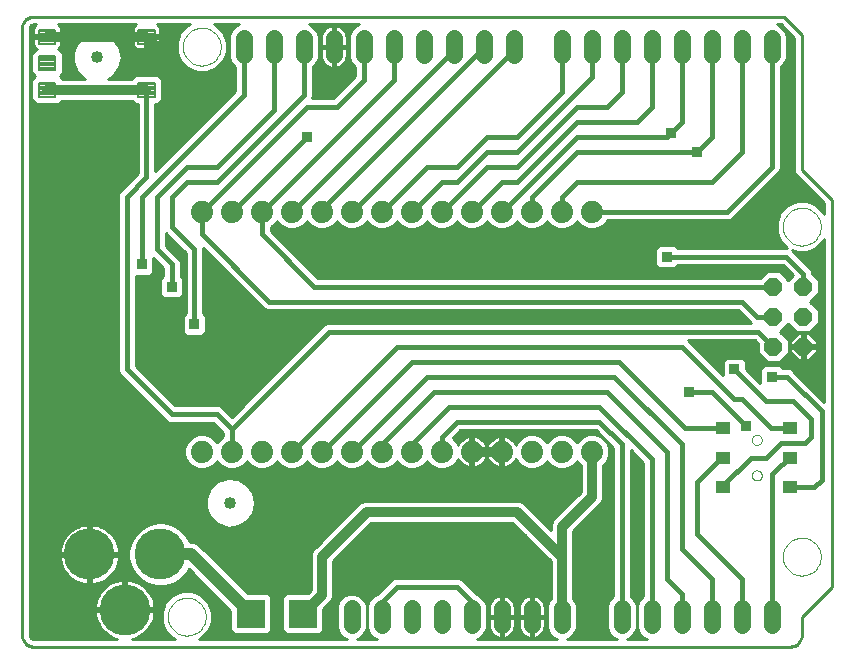
<source format=gtl>
G75*
G70*
%OFA0B0*%
%FSLAX24Y24*%
%IPPOS*%
%LPD*%
%AMOC8*
5,1,8,0,0,1.08239X$1,22.5*
%
%ADD10C,0.0100*%
%ADD11C,0.0000*%
%ADD12OC8,0.0610*%
%ADD13C,0.0560*%
%ADD14R,0.0945X0.0945*%
%ADD15C,0.0400*%
%ADD16C,0.0083*%
%ADD17C,0.1700*%
%ADD18C,0.0740*%
%ADD19R,0.0453X0.0394*%
%ADD20C,0.0160*%
%ADD21R,0.0356X0.0356*%
%ADD22C,0.0120*%
%ADD23C,0.0320*%
%ADD24C,0.0400*%
D10*
X001280Y000944D02*
X001280Y021156D01*
X001540Y021156D02*
X001543Y021182D01*
X001563Y021231D01*
X001599Y021267D01*
X001648Y021287D01*
X001674Y021290D01*
X001764Y021290D01*
X001735Y021273D01*
X001700Y021238D01*
X001675Y021194D01*
X001661Y021145D01*
X001661Y020936D01*
X002076Y020936D01*
X002076Y020836D01*
X001661Y020836D01*
X001661Y020626D01*
X001675Y020578D01*
X001700Y020534D01*
X001735Y020498D01*
X001777Y020475D01*
X001710Y020447D01*
X001540Y020447D01*
X001540Y020349D02*
X001628Y020349D01*
X001640Y020377D02*
X001601Y020284D01*
X001601Y019716D01*
X001640Y019623D01*
X001706Y019557D01*
X001640Y019491D01*
X001601Y019398D01*
X001601Y018830D01*
X001640Y018738D01*
X001710Y018667D01*
X001803Y018629D01*
X002450Y018629D01*
X002542Y018667D01*
X002613Y018738D01*
X002616Y018744D01*
X004944Y018744D01*
X004947Y018738D01*
X005018Y018667D01*
X005110Y018629D01*
X005144Y018629D01*
X005144Y016324D01*
X004616Y015796D01*
X004534Y015714D01*
X004490Y015608D01*
X004490Y009742D01*
X004534Y009636D01*
X006116Y008054D01*
X006222Y008010D01*
X007660Y008010D01*
X007990Y007680D01*
X007990Y007558D01*
X007951Y007542D01*
X007788Y007379D01*
X007780Y007359D01*
X007772Y007379D01*
X007609Y007542D01*
X007395Y007630D01*
X007165Y007630D01*
X006951Y007542D01*
X006788Y007379D01*
X006700Y007165D01*
X006700Y006935D01*
X006788Y006721D01*
X006951Y006558D01*
X007165Y006470D01*
X007395Y006470D01*
X007609Y006558D01*
X007772Y006721D01*
X007780Y006741D01*
X007788Y006721D01*
X007951Y006558D01*
X008165Y006470D01*
X008395Y006470D01*
X008609Y006558D01*
X008772Y006721D01*
X008780Y006741D01*
X008788Y006721D01*
X008951Y006558D01*
X009165Y006470D01*
X009395Y006470D01*
X009609Y006558D01*
X009772Y006721D01*
X009780Y006741D01*
X009788Y006721D01*
X009951Y006558D01*
X010165Y006470D01*
X010395Y006470D01*
X010609Y006558D01*
X010772Y006721D01*
X010780Y006741D01*
X010788Y006721D01*
X010951Y006558D01*
X011165Y006470D01*
X011395Y006470D01*
X011609Y006558D01*
X011772Y006721D01*
X011780Y006741D01*
X011788Y006721D01*
X011951Y006558D01*
X012165Y006470D01*
X012395Y006470D01*
X012609Y006558D01*
X012772Y006721D01*
X012780Y006741D01*
X012788Y006721D01*
X012951Y006558D01*
X013165Y006470D01*
X013395Y006470D01*
X013609Y006558D01*
X013772Y006721D01*
X013780Y006741D01*
X013788Y006721D01*
X013951Y006558D01*
X014165Y006470D01*
X014395Y006470D01*
X014609Y006558D01*
X014772Y006721D01*
X014780Y006741D01*
X014788Y006721D01*
X014951Y006558D01*
X015165Y006470D01*
X015395Y006470D01*
X015609Y006558D01*
X015772Y006721D01*
X015813Y006821D01*
X015835Y006777D01*
X015883Y006711D01*
X015941Y006653D01*
X016007Y006605D01*
X016080Y006568D01*
X016158Y006543D01*
X016230Y006531D01*
X016230Y007000D01*
X016330Y007000D01*
X016330Y007100D01*
X017230Y007100D01*
X017230Y007569D01*
X017158Y007557D01*
X017080Y007532D01*
X017007Y007495D01*
X016941Y007447D01*
X016883Y007389D01*
X016835Y007323D01*
X016798Y007250D01*
X016780Y007194D01*
X016762Y007250D01*
X016725Y007323D01*
X016677Y007389D01*
X016619Y007447D01*
X016553Y007495D01*
X016480Y007532D01*
X016402Y007557D01*
X016330Y007569D01*
X016330Y007100D01*
X016230Y007100D01*
X016230Y007569D01*
X016158Y007557D01*
X016080Y007532D01*
X016007Y007495D01*
X015941Y007447D01*
X015883Y007389D01*
X015835Y007323D01*
X015813Y007279D01*
X015772Y007379D01*
X015645Y007505D01*
X015900Y007760D01*
X020410Y007760D01*
X020990Y007180D01*
X020990Y002233D01*
X020865Y002108D01*
X020790Y001927D01*
X020790Y001173D01*
X020865Y000992D01*
X021002Y000855D01*
X021110Y000810D01*
X019450Y000810D01*
X019558Y000855D01*
X019695Y000992D01*
X019770Y001173D01*
X019770Y001927D01*
X019695Y002108D01*
X019650Y002153D01*
X019650Y004397D01*
X020490Y005236D01*
X020594Y005340D01*
X020650Y005476D01*
X020650Y006600D01*
X020772Y006721D01*
X020860Y006935D01*
X020860Y007165D01*
X020772Y007379D01*
X020609Y007542D01*
X020395Y007630D01*
X020165Y007630D01*
X019951Y007542D01*
X019788Y007379D01*
X019780Y007359D01*
X019772Y007379D01*
X019609Y007542D01*
X019395Y007630D01*
X019165Y007630D01*
X018951Y007542D01*
X018788Y007379D01*
X018780Y007359D01*
X018772Y007379D01*
X018609Y007542D01*
X018395Y007630D01*
X018165Y007630D01*
X017951Y007542D01*
X017788Y007379D01*
X017747Y007279D01*
X017725Y007323D01*
X017677Y007389D01*
X017619Y007447D01*
X017553Y007495D01*
X017480Y007532D01*
X017402Y007557D01*
X017330Y007569D01*
X017330Y007100D01*
X017230Y007100D01*
X017230Y007000D01*
X017330Y007000D01*
X017330Y006531D01*
X017402Y006543D01*
X017480Y006568D01*
X017553Y006605D01*
X017619Y006653D01*
X017677Y006711D01*
X017725Y006777D01*
X017747Y006821D01*
X017788Y006721D01*
X017951Y006558D01*
X018165Y006470D01*
X018395Y006470D01*
X018609Y006558D01*
X018772Y006721D01*
X018780Y006741D01*
X018788Y006721D01*
X018951Y006558D01*
X019165Y006470D01*
X019395Y006470D01*
X019609Y006558D01*
X019772Y006721D01*
X019780Y006741D01*
X019788Y006721D01*
X019910Y006600D01*
X019910Y005703D01*
X018966Y004760D01*
X018910Y004624D01*
X018910Y004443D01*
X018644Y004710D01*
X018594Y004760D01*
X017990Y005364D01*
X017854Y005420D01*
X012706Y005420D01*
X012570Y005364D01*
X012466Y005260D01*
X011070Y003864D01*
X010966Y003760D01*
X010910Y003624D01*
X010910Y002437D01*
X010805Y002332D01*
X010087Y002332D01*
X009964Y002209D01*
X009964Y001091D01*
X010087Y000968D01*
X011206Y000968D01*
X011329Y001091D01*
X011329Y001809D01*
X011594Y002074D01*
X011650Y002210D01*
X011650Y003397D01*
X012933Y004680D01*
X017627Y004680D01*
X018070Y004236D01*
X018070Y004236D01*
X018120Y004186D01*
X018910Y003397D01*
X018910Y002153D01*
X018865Y002108D01*
X018790Y001927D01*
X018790Y001173D01*
X018865Y000992D01*
X019002Y000855D01*
X019110Y000810D01*
X016450Y000810D01*
X016558Y000855D01*
X016695Y000992D01*
X016770Y001173D01*
X016770Y001927D01*
X016695Y002108D01*
X016558Y002245D01*
X016450Y002290D01*
X016444Y002296D01*
X015944Y002796D01*
X015838Y002840D01*
X013722Y002840D01*
X013616Y002796D01*
X013534Y002714D01*
X013110Y002290D01*
X013002Y002245D01*
X012865Y002108D01*
X012790Y001927D01*
X012790Y001173D01*
X012865Y000992D01*
X013002Y000855D01*
X013110Y000810D01*
X012450Y000810D01*
X012558Y000855D01*
X012695Y000992D01*
X012770Y001173D01*
X012770Y001927D01*
X012695Y002108D01*
X012558Y002245D01*
X012377Y002320D01*
X012183Y002320D01*
X012002Y002245D01*
X011865Y002108D01*
X011790Y001927D01*
X011790Y001173D01*
X011865Y000992D01*
X012002Y000855D01*
X012110Y000810D01*
X007188Y000810D01*
X007256Y000838D01*
X007492Y001074D01*
X007620Y001383D01*
X007620Y001717D01*
X007492Y002026D01*
X007256Y002262D01*
X006947Y002390D01*
X006613Y002390D01*
X006304Y002262D01*
X006068Y002026D01*
X005940Y001717D01*
X005940Y001383D01*
X006068Y001074D01*
X006304Y000838D01*
X006372Y000810D01*
X004958Y000810D01*
X004990Y000817D01*
X005096Y000854D01*
X005197Y000903D01*
X005292Y000963D01*
X005380Y001033D01*
X005459Y001112D01*
X005529Y001200D01*
X005589Y001295D01*
X005638Y001396D01*
X005675Y001502D01*
X005700Y001612D01*
X005713Y001723D01*
X005713Y001730D01*
X004763Y001730D01*
X004763Y001830D01*
X004663Y001830D01*
X004663Y002780D01*
X004656Y002780D01*
X004545Y002767D01*
X004435Y002742D01*
X004329Y002705D01*
X004228Y002656D01*
X004133Y002596D01*
X004045Y002526D01*
X003966Y002447D01*
X003896Y002359D01*
X003836Y002264D01*
X003787Y002163D01*
X003750Y002057D01*
X003725Y001947D01*
X003713Y001836D01*
X003713Y001830D01*
X004663Y001830D01*
X004663Y001730D01*
X003713Y001730D01*
X003713Y001723D01*
X003725Y001612D01*
X003750Y001502D01*
X003787Y001396D01*
X003836Y001295D01*
X003896Y001200D01*
X003966Y001112D01*
X004045Y001033D01*
X004133Y000963D01*
X004228Y000903D01*
X004329Y000854D01*
X004435Y000817D01*
X004467Y000810D01*
X001674Y000810D01*
X001648Y000813D01*
X001599Y000833D01*
X001563Y000869D01*
X001543Y000918D01*
X001540Y000944D01*
X004163Y000944D01*
X004035Y001043D02*
X001540Y001043D01*
X001540Y001141D02*
X003943Y001141D01*
X003871Y001240D02*
X001540Y001240D01*
X001540Y001338D02*
X003815Y001338D01*
X003773Y001437D02*
X001540Y001437D01*
X001540Y001535D02*
X003743Y001535D01*
X003723Y001634D02*
X001540Y001634D01*
X001540Y001732D02*
X004663Y001732D01*
X004663Y001831D02*
X004763Y001831D01*
X004763Y001830D02*
X004763Y002780D01*
X004769Y002780D01*
X004880Y002767D01*
X004990Y002742D01*
X005096Y002705D01*
X005197Y002656D01*
X005292Y002596D01*
X005380Y002526D01*
X005459Y002447D01*
X005529Y002359D01*
X005589Y002264D01*
X005638Y002163D01*
X005675Y002057D01*
X005700Y001947D01*
X005713Y001836D01*
X005713Y001830D01*
X004763Y001830D01*
X004763Y001732D02*
X005946Y001732D01*
X005940Y001634D02*
X005702Y001634D01*
X005682Y001535D02*
X005940Y001535D01*
X005940Y001437D02*
X005652Y001437D01*
X005610Y001338D02*
X005959Y001338D01*
X005999Y001240D02*
X005554Y001240D01*
X005482Y001141D02*
X006040Y001141D01*
X006100Y001043D02*
X005390Y001043D01*
X005262Y000944D02*
X006198Y000944D01*
X006297Y000846D02*
X005071Y000846D01*
X004354Y000846D02*
X001586Y000846D01*
X001540Y000944D02*
X001540Y021156D01*
X001540Y021137D02*
X001661Y021137D01*
X001280Y021156D02*
X001282Y021195D01*
X001288Y021233D01*
X001297Y021270D01*
X001310Y021307D01*
X001327Y021342D01*
X001346Y021375D01*
X001369Y021406D01*
X001395Y021435D01*
X001424Y021461D01*
X001455Y021484D01*
X001488Y021503D01*
X001523Y021520D01*
X001560Y021533D01*
X001597Y021542D01*
X001635Y021548D01*
X001674Y021550D01*
X026680Y021550D01*
X027280Y020950D01*
X027280Y016450D01*
X028280Y015450D01*
X028280Y002550D01*
X027280Y001550D01*
X027280Y000944D01*
X027278Y000905D01*
X027272Y000867D01*
X027263Y000830D01*
X027250Y000793D01*
X027233Y000758D01*
X027214Y000725D01*
X027191Y000694D01*
X027165Y000665D01*
X027136Y000639D01*
X027105Y000616D01*
X027072Y000597D01*
X027037Y000580D01*
X027000Y000567D01*
X026963Y000558D01*
X026925Y000552D01*
X026886Y000550D01*
X001674Y000550D01*
X001635Y000552D01*
X001597Y000558D01*
X001560Y000567D01*
X001523Y000580D01*
X001488Y000597D01*
X001455Y000616D01*
X001424Y000639D01*
X001395Y000665D01*
X001369Y000694D01*
X001346Y000725D01*
X001327Y000758D01*
X001310Y000793D01*
X001297Y000830D01*
X001288Y000867D01*
X001282Y000905D01*
X001280Y000944D01*
X001540Y001831D02*
X003713Y001831D01*
X003723Y001929D02*
X001540Y001929D01*
X001540Y002028D02*
X003743Y002028D01*
X003774Y002126D02*
X001540Y002126D01*
X001540Y002225D02*
X003817Y002225D01*
X003873Y002323D02*
X001540Y002323D01*
X001540Y002422D02*
X003945Y002422D01*
X004039Y002520D02*
X001540Y002520D01*
X001540Y002619D02*
X004168Y002619D01*
X004111Y002813D02*
X004199Y002883D01*
X004278Y002963D01*
X004348Y003050D01*
X004408Y003146D01*
X004457Y003247D01*
X004494Y003353D01*
X004519Y003462D01*
X004531Y003574D01*
X004531Y003580D01*
X003582Y003580D01*
X003582Y003680D01*
X004531Y003680D01*
X004531Y003686D01*
X004519Y003798D01*
X004494Y003907D01*
X004457Y004013D01*
X004408Y004114D01*
X004348Y004210D01*
X004278Y004297D01*
X004199Y004377D01*
X004111Y004447D01*
X004016Y004507D01*
X003915Y004555D01*
X003809Y004592D01*
X003699Y004617D01*
X003588Y004630D01*
X003581Y004630D01*
X003581Y003680D01*
X003481Y003680D01*
X003481Y003580D01*
X002531Y003580D01*
X002531Y003574D01*
X002544Y003462D01*
X002569Y003353D01*
X002606Y003247D01*
X002655Y003146D01*
X002715Y003050D01*
X002785Y002963D01*
X002864Y002883D01*
X002952Y002813D01*
X003047Y002753D01*
X003148Y002705D01*
X003254Y002668D01*
X003364Y002643D01*
X003475Y002630D01*
X003481Y002630D01*
X003481Y003580D01*
X003581Y003580D01*
X003581Y002630D01*
X003588Y002630D01*
X003699Y002643D01*
X003809Y002668D01*
X003915Y002705D01*
X004016Y002753D01*
X004111Y002813D01*
X004114Y002816D02*
X005209Y002816D01*
X005243Y002782D02*
X005485Y002642D01*
X005754Y002570D01*
X006033Y002570D01*
X006303Y002642D01*
X006545Y002782D01*
X006742Y002979D01*
X006838Y003146D01*
X008231Y001753D01*
X008231Y001091D01*
X008354Y000968D01*
X009473Y000968D01*
X009596Y001091D01*
X009596Y002209D01*
X009473Y002332D01*
X008811Y002332D01*
X007166Y003978D01*
X007015Y004040D01*
X006881Y004040D01*
X006742Y004281D01*
X006545Y004478D01*
X006303Y004618D01*
X006033Y004690D01*
X005754Y004690D01*
X005485Y004618D01*
X005243Y004478D01*
X005045Y004281D01*
X004906Y004039D01*
X004834Y003770D01*
X004834Y003490D01*
X004906Y003221D01*
X005045Y002979D01*
X005243Y002782D01*
X005355Y002717D02*
X005061Y002717D01*
X005111Y002914D02*
X004230Y002914D01*
X004318Y003013D02*
X005026Y003013D01*
X004969Y003111D02*
X004386Y003111D01*
X004439Y003210D02*
X004912Y003210D01*
X004883Y003308D02*
X004478Y003308D01*
X004506Y003407D02*
X004856Y003407D01*
X004834Y003505D02*
X004524Y003505D01*
X004530Y003702D02*
X004834Y003702D01*
X004834Y003604D02*
X003582Y003604D01*
X003581Y003702D02*
X003481Y003702D01*
X003481Y003680D02*
X003481Y004630D01*
X003475Y004630D01*
X003364Y004617D01*
X003254Y004592D01*
X003148Y004555D01*
X003047Y004507D01*
X002952Y004447D01*
X002864Y004377D01*
X002785Y004297D01*
X002715Y004210D01*
X002655Y004114D01*
X002606Y004013D01*
X002569Y003907D01*
X002544Y003798D01*
X002531Y003686D01*
X002531Y003680D01*
X003481Y003680D01*
X003481Y003604D02*
X001540Y003604D01*
X001540Y003702D02*
X002533Y003702D01*
X002545Y003801D02*
X001540Y003801D01*
X001540Y003899D02*
X002567Y003899D01*
X002601Y003998D02*
X001540Y003998D01*
X001540Y004096D02*
X002646Y004096D01*
X002705Y004195D02*
X001540Y004195D01*
X001540Y004293D02*
X002781Y004293D01*
X002883Y004392D02*
X001540Y004392D01*
X001540Y004490D02*
X003021Y004490D01*
X003243Y004589D02*
X001540Y004589D01*
X001540Y004687D02*
X005743Y004687D01*
X006044Y004687D02*
X007746Y004687D01*
X007814Y004626D02*
X007814Y004626D01*
X007559Y004856D01*
X007559Y004856D01*
X007419Y005169D01*
X007419Y005513D01*
X007559Y005826D01*
X007559Y005826D01*
X007814Y006056D01*
X007814Y006056D01*
X008141Y006162D01*
X008141Y006162D01*
X008482Y006126D01*
X008482Y006126D01*
X008779Y005954D01*
X008779Y005954D01*
X008779Y005954D01*
X008981Y005677D01*
X008981Y005677D01*
X009052Y005341D01*
X008981Y005005D01*
X008779Y004727D01*
X008779Y004727D01*
X008482Y004556D01*
X008482Y004556D01*
X008141Y004520D01*
X008141Y004520D01*
X007814Y004626D01*
X007929Y004589D02*
X006354Y004589D01*
X006524Y004490D02*
X011697Y004490D01*
X011795Y004589D02*
X008539Y004589D01*
X008709Y004687D02*
X011894Y004687D01*
X011992Y004786D02*
X008821Y004786D01*
X008779Y004727D02*
X008779Y004727D01*
X008893Y004884D02*
X012091Y004884D01*
X012189Y004983D02*
X008965Y004983D01*
X008981Y005005D02*
X008981Y005005D01*
X008997Y005081D02*
X012288Y005081D01*
X012386Y005180D02*
X009018Y005180D01*
X009039Y005278D02*
X012485Y005278D01*
X012601Y005377D02*
X009045Y005377D01*
X009024Y005475D02*
X019682Y005475D01*
X019780Y005574D02*
X009003Y005574D01*
X008982Y005672D02*
X019879Y005672D01*
X019910Y005771D02*
X008913Y005771D01*
X008841Y005869D02*
X019910Y005869D01*
X019910Y005968D02*
X008757Y005968D01*
X008586Y006066D02*
X019910Y006066D01*
X019910Y006165D02*
X001540Y006165D01*
X001540Y006263D02*
X019910Y006263D01*
X019910Y006362D02*
X001540Y006362D01*
X001540Y006460D02*
X019910Y006460D01*
X019910Y006559D02*
X019609Y006559D01*
X019707Y006657D02*
X019853Y006657D01*
X020650Y006559D02*
X020990Y006559D01*
X020990Y006657D02*
X020707Y006657D01*
X020786Y006756D02*
X020990Y006756D01*
X020990Y006854D02*
X020827Y006854D01*
X020860Y006953D02*
X020990Y006953D01*
X020990Y007051D02*
X020860Y007051D01*
X020860Y007150D02*
X020990Y007150D01*
X020922Y007248D02*
X020826Y007248D01*
X020823Y007347D02*
X020785Y007347D01*
X020725Y007445D02*
X020705Y007445D01*
X020626Y007544D02*
X020604Y007544D01*
X020528Y007642D02*
X015782Y007642D01*
X015684Y007544D02*
X016116Y007544D01*
X016230Y007544D02*
X016330Y007544D01*
X016330Y007445D02*
X016230Y007445D01*
X016230Y007347D02*
X016330Y007347D01*
X016330Y007248D02*
X016230Y007248D01*
X016230Y007150D02*
X016330Y007150D01*
X016330Y007051D02*
X017230Y007051D01*
X017230Y007000D02*
X016761Y007000D01*
X016330Y007000D01*
X016330Y006531D01*
X016402Y006543D01*
X016480Y006568D01*
X016553Y006605D01*
X016619Y006653D01*
X016677Y006711D01*
X016725Y006777D01*
X016762Y006850D01*
X016780Y006906D01*
X016798Y006850D01*
X016835Y006777D01*
X016883Y006711D01*
X016941Y006653D01*
X017007Y006605D01*
X017080Y006568D01*
X017158Y006543D01*
X017230Y006531D01*
X017230Y007000D01*
X017230Y006953D02*
X017330Y006953D01*
X017330Y006854D02*
X017230Y006854D01*
X017230Y006756D02*
X017330Y006756D01*
X017330Y006657D02*
X017230Y006657D01*
X017230Y006559D02*
X017330Y006559D01*
X017450Y006559D02*
X017951Y006559D01*
X017853Y006657D02*
X017622Y006657D01*
X017709Y006756D02*
X017774Y006756D01*
X017330Y007150D02*
X017230Y007150D01*
X017230Y007248D02*
X017330Y007248D01*
X017330Y007347D02*
X017230Y007347D01*
X017230Y007445D02*
X017330Y007445D01*
X017330Y007544D02*
X017230Y007544D01*
X017116Y007544D02*
X016444Y007544D01*
X016620Y007445D02*
X016940Y007445D01*
X016853Y007347D02*
X016707Y007347D01*
X016762Y007248D02*
X016798Y007248D01*
X016797Y006854D02*
X016763Y006854D01*
X016709Y006756D02*
X016851Y006756D01*
X016938Y006657D02*
X016622Y006657D01*
X016450Y006559D02*
X017110Y006559D01*
X016330Y006559D02*
X016230Y006559D01*
X016230Y006657D02*
X016330Y006657D01*
X016330Y006756D02*
X016230Y006756D01*
X016230Y006854D02*
X016330Y006854D01*
X016330Y006953D02*
X016230Y006953D01*
X016110Y006559D02*
X015609Y006559D01*
X015707Y006657D02*
X015938Y006657D01*
X015851Y006756D02*
X015786Y006756D01*
X015785Y007347D02*
X015853Y007347D01*
X015940Y007445D02*
X015705Y007445D01*
X015881Y007741D02*
X020429Y007741D01*
X019956Y007544D02*
X019604Y007544D01*
X019705Y007445D02*
X019855Y007445D01*
X018956Y007544D02*
X018604Y007544D01*
X018705Y007445D02*
X018855Y007445D01*
X017956Y007544D02*
X017444Y007544D01*
X017620Y007445D02*
X017855Y007445D01*
X017775Y007347D02*
X017707Y007347D01*
X018609Y006559D02*
X018951Y006559D01*
X018853Y006657D02*
X018707Y006657D01*
X017959Y005377D02*
X019583Y005377D01*
X019485Y005278D02*
X018075Y005278D01*
X018174Y005180D02*
X019386Y005180D01*
X019288Y005081D02*
X018272Y005081D01*
X018371Y004983D02*
X019189Y004983D01*
X019091Y004884D02*
X018469Y004884D01*
X018568Y004786D02*
X018992Y004786D01*
X018936Y004687D02*
X018666Y004687D01*
X018594Y004760D02*
X018594Y004760D01*
X018765Y004589D02*
X018910Y004589D01*
X018910Y004490D02*
X018863Y004490D01*
X018309Y003998D02*
X012251Y003998D01*
X012349Y004096D02*
X018211Y004096D01*
X018112Y004195D02*
X012448Y004195D01*
X012546Y004293D02*
X018014Y004293D01*
X017915Y004392D02*
X012645Y004392D01*
X012743Y004490D02*
X017817Y004490D01*
X017718Y004589D02*
X012842Y004589D01*
X012152Y003899D02*
X018408Y003899D01*
X018506Y003801D02*
X012054Y003801D01*
X011955Y003702D02*
X018605Y003702D01*
X018703Y003604D02*
X011857Y003604D01*
X011758Y003505D02*
X018802Y003505D01*
X018900Y003407D02*
X011660Y003407D01*
X011650Y003308D02*
X018910Y003308D01*
X018910Y003210D02*
X011650Y003210D01*
X011650Y003111D02*
X018910Y003111D01*
X018910Y003013D02*
X011650Y003013D01*
X011650Y002914D02*
X018910Y002914D01*
X018910Y002816D02*
X015897Y002816D01*
X016023Y002717D02*
X018910Y002717D01*
X018910Y002619D02*
X016122Y002619D01*
X016220Y002520D02*
X018910Y002520D01*
X018910Y002422D02*
X016319Y002422D01*
X016417Y002323D02*
X018910Y002323D01*
X018910Y002225D02*
X018453Y002225D01*
X018445Y002228D02*
X018381Y002249D01*
X018314Y002260D01*
X018314Y002260D01*
X018314Y001584D01*
X018710Y001584D01*
X018710Y001864D01*
X018699Y001931D01*
X018678Y001995D01*
X018648Y002055D01*
X018608Y002110D01*
X018560Y002158D01*
X018505Y002198D01*
X018445Y002228D01*
X018314Y002225D02*
X018246Y002225D01*
X018246Y002260D02*
X018179Y002249D01*
X018115Y002228D01*
X018055Y002198D01*
X018000Y002158D01*
X017952Y002110D01*
X017912Y002055D01*
X017882Y001995D01*
X017861Y001931D01*
X017850Y001864D01*
X017850Y001584D01*
X018246Y001584D01*
X018246Y001516D01*
X018314Y001516D01*
X018314Y001584D01*
X018246Y001584D01*
X018246Y002260D01*
X018246Y002260D01*
X018246Y002126D02*
X018314Y002126D01*
X018314Y002028D02*
X018246Y002028D01*
X018246Y001929D02*
X018314Y001929D01*
X018314Y001831D02*
X018246Y001831D01*
X018246Y001732D02*
X018314Y001732D01*
X018314Y001634D02*
X018246Y001634D01*
X018246Y001535D02*
X017314Y001535D01*
X017314Y001516D02*
X017314Y001584D01*
X017710Y001584D01*
X017710Y001864D01*
X017699Y001931D01*
X017678Y001995D01*
X017648Y002055D01*
X017608Y002110D01*
X017560Y002158D01*
X017505Y002198D01*
X017445Y002228D01*
X017381Y002249D01*
X017314Y002260D01*
X017314Y002260D01*
X017314Y001584D01*
X017246Y001584D01*
X017246Y001516D01*
X017314Y001516D01*
X017710Y001516D01*
X017710Y001236D01*
X017699Y001169D01*
X017678Y001105D01*
X017648Y001045D01*
X017608Y000990D01*
X017560Y000942D01*
X017505Y000902D01*
X017445Y000872D01*
X017381Y000851D01*
X017314Y000840D01*
X017314Y000840D01*
X017314Y001516D01*
X017246Y001516D02*
X017246Y000840D01*
X017246Y000840D01*
X017179Y000851D01*
X017115Y000872D01*
X017055Y000902D01*
X017000Y000942D01*
X016952Y000990D01*
X016912Y001045D01*
X016882Y001105D01*
X016861Y001169D01*
X016850Y001236D01*
X016850Y001516D01*
X017246Y001516D01*
X017246Y001535D02*
X016770Y001535D01*
X016850Y001584D02*
X017246Y001584D01*
X017246Y002260D01*
X017179Y002249D01*
X017115Y002228D01*
X017055Y002198D01*
X017000Y002158D01*
X016952Y002110D01*
X016912Y002055D01*
X016882Y001995D01*
X016861Y001931D01*
X016850Y001864D01*
X016850Y001584D01*
X016850Y001634D02*
X016770Y001634D01*
X016770Y001732D02*
X016850Y001732D01*
X016850Y001831D02*
X016770Y001831D01*
X016769Y001929D02*
X016860Y001929D01*
X016898Y002028D02*
X016729Y002028D01*
X016677Y002126D02*
X016968Y002126D01*
X017107Y002225D02*
X016578Y002225D01*
X017246Y002225D02*
X017314Y002225D01*
X017246Y002260D02*
X017246Y002260D01*
X017246Y002126D02*
X017314Y002126D01*
X017314Y002028D02*
X017246Y002028D01*
X017246Y001929D02*
X017314Y001929D01*
X017314Y001831D02*
X017246Y001831D01*
X017246Y001732D02*
X017314Y001732D01*
X017314Y001634D02*
X017246Y001634D01*
X017246Y001437D02*
X017314Y001437D01*
X017314Y001338D02*
X017246Y001338D01*
X017246Y001240D02*
X017314Y001240D01*
X017314Y001141D02*
X017246Y001141D01*
X017246Y001043D02*
X017314Y001043D01*
X017314Y000944D02*
X017246Y000944D01*
X017246Y000846D02*
X017314Y000846D01*
X017349Y000846D02*
X018211Y000846D01*
X018179Y000851D02*
X018246Y000840D01*
X018246Y000840D01*
X018246Y001516D01*
X017850Y001516D01*
X017850Y001236D01*
X017861Y001169D01*
X017882Y001105D01*
X017912Y001045D01*
X017952Y000990D01*
X018000Y000942D01*
X018055Y000902D01*
X018115Y000872D01*
X018179Y000851D01*
X018246Y000846D02*
X018314Y000846D01*
X018314Y000840D02*
X018381Y000851D01*
X018445Y000872D01*
X018505Y000902D01*
X018560Y000942D01*
X018608Y000990D01*
X018648Y001045D01*
X018678Y001105D01*
X018699Y001169D01*
X018710Y001236D01*
X018710Y001516D01*
X018314Y001516D01*
X018314Y000840D01*
X018314Y000840D01*
X018349Y000846D02*
X019024Y000846D01*
X018913Y000944D02*
X018562Y000944D01*
X018646Y001043D02*
X018844Y001043D01*
X018803Y001141D02*
X018690Y001141D01*
X018710Y001240D02*
X018790Y001240D01*
X018790Y001338D02*
X018710Y001338D01*
X018710Y001437D02*
X018790Y001437D01*
X018790Y001535D02*
X018314Y001535D01*
X018314Y001437D02*
X018246Y001437D01*
X018246Y001338D02*
X018314Y001338D01*
X018314Y001240D02*
X018246Y001240D01*
X018246Y001141D02*
X018314Y001141D01*
X018314Y001043D02*
X018246Y001043D01*
X018246Y000944D02*
X018314Y000944D01*
X017998Y000944D02*
X017562Y000944D01*
X017646Y001043D02*
X017914Y001043D01*
X017870Y001141D02*
X017690Y001141D01*
X017710Y001240D02*
X017850Y001240D01*
X017850Y001338D02*
X017710Y001338D01*
X017710Y001437D02*
X017850Y001437D01*
X017850Y001634D02*
X017710Y001634D01*
X017710Y001732D02*
X017850Y001732D01*
X017850Y001831D02*
X017710Y001831D01*
X017700Y001929D02*
X017860Y001929D01*
X017898Y002028D02*
X017662Y002028D01*
X017592Y002126D02*
X017968Y002126D01*
X018107Y002225D02*
X017453Y002225D01*
X016850Y001437D02*
X016770Y001437D01*
X016770Y001338D02*
X016850Y001338D01*
X016850Y001240D02*
X016770Y001240D01*
X016757Y001141D02*
X016870Y001141D01*
X016914Y001043D02*
X016716Y001043D01*
X016647Y000944D02*
X016998Y000944D01*
X017211Y000846D02*
X016536Y000846D01*
X018710Y001634D02*
X018790Y001634D01*
X018790Y001732D02*
X018710Y001732D01*
X018710Y001831D02*
X018790Y001831D01*
X018791Y001929D02*
X018700Y001929D01*
X018662Y002028D02*
X018831Y002028D01*
X018883Y002126D02*
X018592Y002126D01*
X019650Y002225D02*
X020982Y002225D01*
X020990Y002323D02*
X019650Y002323D01*
X019650Y002422D02*
X020990Y002422D01*
X020990Y002520D02*
X019650Y002520D01*
X019650Y002619D02*
X020990Y002619D01*
X020990Y002717D02*
X019650Y002717D01*
X019650Y002816D02*
X020990Y002816D01*
X020990Y002914D02*
X019650Y002914D01*
X019650Y003013D02*
X020990Y003013D01*
X020990Y003111D02*
X019650Y003111D01*
X019650Y003210D02*
X020990Y003210D01*
X020990Y003308D02*
X019650Y003308D01*
X019650Y003407D02*
X020990Y003407D01*
X020990Y003505D02*
X019650Y003505D01*
X019650Y003604D02*
X020990Y003604D01*
X020990Y003702D02*
X019650Y003702D01*
X019650Y003801D02*
X020990Y003801D01*
X020990Y003899D02*
X019650Y003899D01*
X019650Y003998D02*
X020990Y003998D01*
X020990Y004096D02*
X019650Y004096D01*
X019650Y004195D02*
X020990Y004195D01*
X020990Y004293D02*
X019650Y004293D01*
X019650Y004392D02*
X020990Y004392D01*
X020990Y004490D02*
X019743Y004490D01*
X019842Y004589D02*
X020990Y004589D01*
X020990Y004687D02*
X019940Y004687D01*
X020039Y004786D02*
X020990Y004786D01*
X020990Y004884D02*
X020137Y004884D01*
X020236Y004983D02*
X020990Y004983D01*
X020990Y005081D02*
X020334Y005081D01*
X020433Y005180D02*
X020990Y005180D01*
X020990Y005278D02*
X020531Y005278D01*
X020609Y005377D02*
X020990Y005377D01*
X020990Y005475D02*
X020649Y005475D01*
X020650Y005574D02*
X020990Y005574D01*
X020990Y005672D02*
X020650Y005672D01*
X020650Y005771D02*
X020990Y005771D01*
X020990Y005869D02*
X020650Y005869D01*
X020650Y005968D02*
X020990Y005968D01*
X020990Y006066D02*
X020650Y006066D01*
X020650Y006165D02*
X020990Y006165D01*
X020990Y006263D02*
X020650Y006263D01*
X020650Y006362D02*
X020990Y006362D01*
X020990Y006460D02*
X020650Y006460D01*
X021570Y006460D02*
X021990Y006460D01*
X021990Y006362D02*
X021570Y006362D01*
X021570Y006263D02*
X021990Y006263D01*
X021990Y006165D02*
X021570Y006165D01*
X021570Y006066D02*
X021990Y006066D01*
X021990Y005968D02*
X021570Y005968D01*
X021570Y005869D02*
X021990Y005869D01*
X021990Y005771D02*
X021570Y005771D01*
X021570Y005672D02*
X021990Y005672D01*
X021990Y005574D02*
X021570Y005574D01*
X021570Y005475D02*
X021990Y005475D01*
X021990Y005377D02*
X021570Y005377D01*
X021570Y005278D02*
X021990Y005278D01*
X021990Y005180D02*
X021570Y005180D01*
X021570Y005081D02*
X021990Y005081D01*
X021990Y004983D02*
X021570Y004983D01*
X021570Y004884D02*
X021990Y004884D01*
X021990Y004786D02*
X021570Y004786D01*
X021570Y004687D02*
X021990Y004687D01*
X021990Y004589D02*
X021570Y004589D01*
X021570Y004490D02*
X021990Y004490D01*
X021990Y004392D02*
X021570Y004392D01*
X021570Y004293D02*
X021990Y004293D01*
X021990Y004195D02*
X021570Y004195D01*
X021570Y004096D02*
X021990Y004096D01*
X021990Y003998D02*
X021570Y003998D01*
X021570Y003899D02*
X021990Y003899D01*
X021990Y003801D02*
X021570Y003801D01*
X021570Y003702D02*
X021990Y003702D01*
X021990Y003604D02*
X021570Y003604D01*
X021570Y003505D02*
X021990Y003505D01*
X021990Y003407D02*
X021570Y003407D01*
X021570Y003308D02*
X021990Y003308D01*
X021990Y003210D02*
X021570Y003210D01*
X021570Y003111D02*
X021990Y003111D01*
X021990Y003013D02*
X021570Y003013D01*
X021570Y002914D02*
X021990Y002914D01*
X021990Y002816D02*
X021570Y002816D01*
X021570Y002717D02*
X021990Y002717D01*
X021990Y002619D02*
X021570Y002619D01*
X021570Y002520D02*
X021990Y002520D01*
X021990Y002422D02*
X021570Y002422D01*
X021570Y002323D02*
X021990Y002323D01*
X021990Y002233D02*
X021865Y002108D01*
X021790Y001927D01*
X021790Y001173D01*
X021865Y000992D01*
X022002Y000855D01*
X022110Y000810D01*
X021450Y000810D01*
X021558Y000855D01*
X021695Y000992D01*
X021770Y001173D01*
X021770Y001927D01*
X021695Y002108D01*
X021570Y002233D01*
X021570Y007100D01*
X021990Y006680D01*
X021990Y002233D01*
X021982Y002225D02*
X021578Y002225D01*
X021677Y002126D02*
X021883Y002126D01*
X021831Y002028D02*
X021729Y002028D01*
X021769Y001929D02*
X021791Y001929D01*
X021790Y001831D02*
X021770Y001831D01*
X021770Y001732D02*
X021790Y001732D01*
X021790Y001634D02*
X021770Y001634D01*
X021770Y001535D02*
X021790Y001535D01*
X021790Y001437D02*
X021770Y001437D01*
X021770Y001338D02*
X021790Y001338D01*
X021790Y001240D02*
X021770Y001240D01*
X021757Y001141D02*
X021803Y001141D01*
X021844Y001043D02*
X021716Y001043D01*
X021647Y000944D02*
X021913Y000944D01*
X022024Y000846D02*
X021536Y000846D01*
X021024Y000846D02*
X019536Y000846D01*
X019647Y000944D02*
X020913Y000944D01*
X020844Y001043D02*
X019716Y001043D01*
X019757Y001141D02*
X020803Y001141D01*
X020790Y001240D02*
X019770Y001240D01*
X019770Y001338D02*
X020790Y001338D01*
X020790Y001437D02*
X019770Y001437D01*
X019770Y001535D02*
X020790Y001535D01*
X020790Y001634D02*
X019770Y001634D01*
X019770Y001732D02*
X020790Y001732D01*
X020790Y001831D02*
X019770Y001831D01*
X019769Y001929D02*
X020791Y001929D01*
X020831Y002028D02*
X019729Y002028D01*
X019677Y002126D02*
X020883Y002126D01*
X021570Y006559D02*
X021990Y006559D01*
X021990Y006657D02*
X021570Y006657D01*
X021570Y006756D02*
X021914Y006756D01*
X021816Y006854D02*
X021570Y006854D01*
X021570Y006953D02*
X021717Y006953D01*
X021619Y007051D02*
X021570Y007051D01*
X024530Y009711D02*
X024642Y009711D01*
X024642Y009809D02*
X024431Y009809D01*
X024333Y009908D02*
X024642Y009908D01*
X024642Y010006D02*
X024234Y010006D01*
X024136Y010105D02*
X024681Y010105D01*
X024642Y010065D02*
X024642Y009598D01*
X023480Y010760D01*
X025710Y010760D01*
X025815Y010655D01*
X025815Y010337D01*
X026117Y010035D01*
X026543Y010035D01*
X026845Y010337D01*
X026845Y010763D01*
X026558Y011050D01*
X026830Y011322D01*
X027117Y011035D01*
X027543Y011035D01*
X027845Y011337D01*
X027845Y011763D01*
X027558Y012050D01*
X027845Y012337D01*
X027845Y012763D01*
X027620Y012988D01*
X027620Y013038D01*
X027576Y013144D01*
X027006Y013714D01*
X026937Y013783D01*
X027113Y013710D01*
X027447Y013710D01*
X027756Y013838D01*
X027992Y014074D01*
X028020Y014142D01*
X028020Y008720D01*
X027026Y009714D01*
X026944Y009796D01*
X026838Y009840D01*
X026643Y009840D01*
X026545Y009938D01*
X026015Y009938D01*
X025892Y009815D01*
X025892Y009348D01*
X025418Y009822D01*
X025418Y010065D01*
X025295Y010188D01*
X024765Y010188D01*
X024642Y010065D01*
X024628Y009612D02*
X024642Y009612D01*
X024037Y010203D02*
X025948Y010203D01*
X025850Y010302D02*
X023939Y010302D01*
X023840Y010400D02*
X025815Y010400D01*
X025815Y010499D02*
X023742Y010499D01*
X023643Y010597D02*
X025815Y010597D01*
X025774Y010696D02*
X023545Y010696D01*
X025160Y011760D02*
X025580Y011340D01*
X011472Y011340D01*
X011366Y011296D01*
X008280Y008210D01*
X007944Y008546D01*
X007838Y008590D01*
X006400Y008590D01*
X005070Y009920D01*
X005070Y012912D01*
X005545Y012912D01*
X005668Y013035D01*
X005668Y013502D01*
X005990Y013180D01*
X005990Y012913D01*
X005892Y012815D01*
X005892Y012285D01*
X006015Y012162D01*
X006545Y012162D01*
X006668Y012285D01*
X006668Y012815D01*
X006570Y012913D01*
X006570Y013358D01*
X006526Y013464D01*
X006444Y013546D01*
X006070Y013920D01*
X006070Y014340D01*
X006116Y014294D01*
X006133Y014287D01*
X006740Y013680D01*
X006740Y011663D01*
X006642Y011565D01*
X006642Y011035D01*
X006765Y010912D01*
X007295Y010912D01*
X007418Y011035D01*
X007418Y011565D01*
X007320Y011663D01*
X007320Y013850D01*
X009366Y011804D01*
X009472Y011760D01*
X025160Y011760D01*
X025239Y011681D02*
X007320Y011681D01*
X007320Y011779D02*
X009426Y011779D01*
X009292Y011878D02*
X007320Y011878D01*
X007320Y011976D02*
X009194Y011976D01*
X009095Y012075D02*
X007320Y012075D01*
X007320Y012173D02*
X008997Y012173D01*
X008898Y012272D02*
X007320Y012272D01*
X007320Y012370D02*
X008800Y012370D01*
X008701Y012469D02*
X007320Y012469D01*
X007320Y012567D02*
X008603Y012567D01*
X008504Y012666D02*
X007320Y012666D01*
X007320Y012764D02*
X008406Y012764D01*
X008307Y012863D02*
X007320Y012863D01*
X007320Y012961D02*
X008209Y012961D01*
X008110Y013060D02*
X007320Y013060D01*
X007320Y013158D02*
X008012Y013158D01*
X007913Y013257D02*
X007320Y013257D01*
X007320Y013355D02*
X007815Y013355D01*
X007716Y013454D02*
X007320Y013454D01*
X007320Y013552D02*
X007618Y013552D01*
X007519Y013651D02*
X007320Y013651D01*
X007320Y013749D02*
X007421Y013749D01*
X007322Y013848D02*
X007320Y013848D01*
X006740Y013651D02*
X006340Y013651D01*
X006241Y013749D02*
X006671Y013749D01*
X006572Y013848D02*
X006143Y013848D01*
X006070Y013946D02*
X006474Y013946D01*
X006375Y014045D02*
X006070Y014045D01*
X006070Y014143D02*
X006277Y014143D01*
X006178Y014242D02*
X006070Y014242D01*
X006438Y013552D02*
X006740Y013552D01*
X006740Y013454D02*
X006530Y013454D01*
X006570Y013355D02*
X006740Y013355D01*
X006740Y013257D02*
X006570Y013257D01*
X006570Y013158D02*
X006740Y013158D01*
X006740Y013060D02*
X006570Y013060D01*
X006570Y012961D02*
X006740Y012961D01*
X006740Y012863D02*
X006621Y012863D01*
X006668Y012764D02*
X006740Y012764D01*
X006740Y012666D02*
X006668Y012666D01*
X006668Y012567D02*
X006740Y012567D01*
X006740Y012469D02*
X006668Y012469D01*
X006668Y012370D02*
X006740Y012370D01*
X006740Y012272D02*
X006655Y012272D01*
X006740Y012173D02*
X006556Y012173D01*
X006740Y012075D02*
X005070Y012075D01*
X005070Y012173D02*
X006004Y012173D01*
X005905Y012272D02*
X005070Y012272D01*
X005070Y012370D02*
X005892Y012370D01*
X005892Y012469D02*
X005070Y012469D01*
X005070Y012567D02*
X005892Y012567D01*
X005892Y012666D02*
X005070Y012666D01*
X005070Y012764D02*
X005892Y012764D01*
X005939Y012863D02*
X005070Y012863D01*
X005594Y012961D02*
X005990Y012961D01*
X005990Y013060D02*
X005668Y013060D01*
X005668Y013158D02*
X005990Y013158D01*
X005913Y013257D02*
X005668Y013257D01*
X005668Y013355D02*
X005815Y013355D01*
X005716Y013454D02*
X005668Y013454D01*
X004490Y013454D02*
X001540Y013454D01*
X001540Y013552D02*
X004490Y013552D01*
X004490Y013651D02*
X001540Y013651D01*
X001540Y013749D02*
X004490Y013749D01*
X004490Y013848D02*
X001540Y013848D01*
X001540Y013946D02*
X004490Y013946D01*
X004490Y014045D02*
X001540Y014045D01*
X001540Y014143D02*
X004490Y014143D01*
X004490Y014242D02*
X001540Y014242D01*
X001540Y014340D02*
X004490Y014340D01*
X004490Y014439D02*
X001540Y014439D01*
X001540Y014537D02*
X004490Y014537D01*
X004490Y014636D02*
X001540Y014636D01*
X001540Y014734D02*
X004490Y014734D01*
X004490Y014833D02*
X001540Y014833D01*
X001540Y014931D02*
X004490Y014931D01*
X004490Y015030D02*
X001540Y015030D01*
X001540Y015128D02*
X004490Y015128D01*
X004490Y015227D02*
X001540Y015227D01*
X001540Y015325D02*
X004490Y015325D01*
X004490Y015424D02*
X001540Y015424D01*
X001540Y015522D02*
X004490Y015522D01*
X004495Y015621D02*
X001540Y015621D01*
X001540Y015719D02*
X004539Y015719D01*
X004637Y015818D02*
X001540Y015818D01*
X001540Y015916D02*
X004736Y015916D01*
X004834Y016015D02*
X001540Y016015D01*
X001540Y016113D02*
X004933Y016113D01*
X005031Y016212D02*
X001540Y016212D01*
X001540Y016310D02*
X005130Y016310D01*
X005144Y016409D02*
X001540Y016409D01*
X001540Y016507D02*
X005144Y016507D01*
X005144Y016606D02*
X001540Y016606D01*
X001540Y016704D02*
X005144Y016704D01*
X005144Y016803D02*
X001540Y016803D01*
X001540Y016901D02*
X005144Y016901D01*
X005144Y017000D02*
X001540Y017000D01*
X001540Y017098D02*
X005144Y017098D01*
X005144Y017197D02*
X001540Y017197D01*
X001540Y017295D02*
X005144Y017295D01*
X005144Y017394D02*
X001540Y017394D01*
X001540Y017492D02*
X005144Y017492D01*
X005144Y017591D02*
X001540Y017591D01*
X001540Y017689D02*
X005144Y017689D01*
X005144Y017788D02*
X001540Y017788D01*
X001540Y017886D02*
X005144Y017886D01*
X005144Y017985D02*
X001540Y017985D01*
X001540Y018083D02*
X005144Y018083D01*
X005144Y018182D02*
X001540Y018182D01*
X001540Y018280D02*
X005144Y018280D01*
X005144Y018379D02*
X001540Y018379D01*
X001540Y018477D02*
X005144Y018477D01*
X005144Y018576D02*
X001540Y018576D01*
X001540Y018674D02*
X001703Y018674D01*
X001625Y018773D02*
X001540Y018773D01*
X001540Y018871D02*
X001601Y018871D01*
X001601Y018970D02*
X001540Y018970D01*
X001540Y019068D02*
X001601Y019068D01*
X001601Y019167D02*
X001540Y019167D01*
X001540Y019265D02*
X001601Y019265D01*
X001601Y019364D02*
X001540Y019364D01*
X001540Y019462D02*
X001628Y019462D01*
X001703Y019561D02*
X001540Y019561D01*
X001540Y019659D02*
X001625Y019659D01*
X001601Y019758D02*
X001540Y019758D01*
X001540Y019856D02*
X001601Y019856D01*
X001601Y019955D02*
X001540Y019955D01*
X001540Y020053D02*
X001601Y020053D01*
X001601Y020152D02*
X001540Y020152D01*
X001540Y020250D02*
X001601Y020250D01*
X001640Y020377D02*
X001710Y020447D01*
X001693Y020546D02*
X001540Y020546D01*
X001540Y020644D02*
X001661Y020644D01*
X001661Y020743D02*
X001540Y020743D01*
X001540Y020841D02*
X002076Y020841D01*
X002176Y020841D02*
X003285Y020841D01*
X003367Y020915D02*
X003112Y020685D01*
X002972Y020372D01*
X002972Y020028D01*
X003112Y019715D01*
X003112Y019715D01*
X003367Y019485D01*
X003367Y019485D01*
X003370Y019484D01*
X002616Y019484D01*
X002613Y019491D01*
X002547Y019557D01*
X002613Y019623D01*
X002651Y019716D01*
X002651Y020284D01*
X002613Y020377D01*
X002542Y020447D01*
X002476Y020475D01*
X002518Y020498D01*
X002553Y020534D01*
X002578Y020578D01*
X002591Y020626D01*
X002591Y020836D01*
X002176Y020836D01*
X002176Y020936D01*
X002591Y020936D01*
X002591Y021145D01*
X002578Y021194D01*
X002553Y021238D01*
X002518Y021273D01*
X002488Y021290D01*
X005072Y021290D01*
X005042Y021273D01*
X005007Y021238D01*
X004982Y021194D01*
X004969Y021145D01*
X004969Y020936D01*
X005384Y020936D01*
X005384Y020836D01*
X005484Y020836D01*
X005484Y020936D01*
X005899Y020936D01*
X005899Y021145D01*
X005885Y021194D01*
X005860Y021238D01*
X005825Y021273D01*
X005796Y021290D01*
X006872Y021290D01*
X006804Y021262D01*
X006568Y021026D01*
X006440Y020717D01*
X006440Y020383D01*
X006568Y020074D01*
X006804Y019838D01*
X007113Y019710D01*
X007447Y019710D01*
X007756Y019838D01*
X007992Y020074D01*
X008120Y020383D01*
X008120Y020717D01*
X007992Y021026D01*
X007756Y021262D01*
X007688Y021290D01*
X008510Y021290D01*
X008402Y021245D01*
X008265Y021108D01*
X008190Y020927D01*
X008190Y020173D01*
X008265Y019992D01*
X008390Y019867D01*
X008390Y019070D01*
X005724Y016404D01*
X005724Y018629D01*
X005757Y018629D01*
X005850Y018667D01*
X005920Y018738D01*
X005959Y018830D01*
X005959Y019398D01*
X005920Y019491D01*
X005850Y019561D01*
X008390Y019561D01*
X008390Y019659D02*
X004385Y019659D01*
X004332Y019586D02*
X004534Y019864D01*
X004606Y020200D01*
X004534Y020536D01*
X004332Y020814D01*
X004035Y020985D01*
X003694Y021021D01*
X003694Y021021D01*
X003367Y020915D01*
X003367Y020915D01*
X003443Y020940D02*
X002591Y020940D01*
X002591Y021038D02*
X004969Y021038D01*
X004969Y020940D02*
X004114Y020940D01*
X004035Y020985D02*
X004035Y020985D01*
X004285Y020841D02*
X005384Y020841D01*
X005384Y020836D02*
X004969Y020836D01*
X004969Y020626D01*
X004982Y020578D01*
X005007Y020534D01*
X005042Y020498D01*
X005086Y020473D01*
X005135Y020460D01*
X005384Y020460D01*
X005384Y020836D01*
X005384Y020743D02*
X005484Y020743D01*
X005484Y020836D02*
X005484Y020460D01*
X005732Y020460D01*
X005781Y020473D01*
X005825Y020498D01*
X005860Y020534D01*
X005885Y020578D01*
X005899Y020626D01*
X005899Y020836D01*
X005484Y020836D01*
X005484Y020841D02*
X006491Y020841D01*
X006451Y020743D02*
X005899Y020743D01*
X005899Y020644D02*
X006440Y020644D01*
X006440Y020546D02*
X005867Y020546D01*
X005484Y020546D02*
X005384Y020546D01*
X005384Y020644D02*
X005484Y020644D01*
X005899Y020940D02*
X006532Y020940D01*
X006580Y021038D02*
X005899Y021038D01*
X005899Y021137D02*
X006679Y021137D01*
X006777Y021235D02*
X005862Y021235D01*
X005005Y021235D02*
X002555Y021235D01*
X002591Y021137D02*
X004969Y021137D01*
X004969Y020743D02*
X004384Y020743D01*
X004332Y020814D02*
X004332Y020814D01*
X004332Y020814D01*
X004456Y020644D02*
X004969Y020644D01*
X005000Y020546D02*
X004527Y020546D01*
X004534Y020536D02*
X004534Y020536D01*
X004553Y020447D02*
X006440Y020447D01*
X006454Y020349D02*
X004574Y020349D01*
X004595Y020250D02*
X006495Y020250D01*
X006536Y020152D02*
X004595Y020152D01*
X004606Y020200D02*
X004606Y020200D01*
X004574Y020053D02*
X006589Y020053D01*
X006688Y019955D02*
X004553Y019955D01*
X004528Y019856D02*
X006786Y019856D01*
X006998Y019758D02*
X004457Y019758D01*
X004332Y019586D02*
X004332Y019586D01*
X004155Y019484D01*
X004944Y019484D01*
X004947Y019491D01*
X005018Y019561D01*
X005110Y019600D01*
X005757Y019600D01*
X005850Y019561D01*
X005932Y019462D02*
X008390Y019462D01*
X008390Y019364D02*
X005959Y019364D01*
X005959Y019265D02*
X008390Y019265D01*
X008390Y019167D02*
X005959Y019167D01*
X005959Y019068D02*
X008388Y019068D01*
X008289Y018970D02*
X005959Y018970D01*
X005959Y018871D02*
X008191Y018871D01*
X008092Y018773D02*
X005935Y018773D01*
X005857Y018674D02*
X007994Y018674D01*
X007895Y018576D02*
X005724Y018576D01*
X005724Y018477D02*
X007797Y018477D01*
X007698Y018379D02*
X005724Y018379D01*
X005724Y018280D02*
X007600Y018280D01*
X007501Y018182D02*
X005724Y018182D01*
X005724Y018083D02*
X007403Y018083D01*
X007304Y017985D02*
X005724Y017985D01*
X005724Y017886D02*
X007206Y017886D01*
X007107Y017788D02*
X005724Y017788D01*
X005724Y017689D02*
X007009Y017689D01*
X006910Y017591D02*
X005724Y017591D01*
X005724Y017492D02*
X006812Y017492D01*
X006713Y017394D02*
X005724Y017394D01*
X005724Y017295D02*
X006615Y017295D01*
X006516Y017197D02*
X005724Y017197D01*
X005724Y017098D02*
X006418Y017098D01*
X006319Y017000D02*
X005724Y017000D01*
X005724Y016901D02*
X006221Y016901D01*
X006122Y016803D02*
X005724Y016803D01*
X005724Y016704D02*
X006024Y016704D01*
X005925Y016606D02*
X005724Y016606D01*
X005724Y016507D02*
X005827Y016507D01*
X005728Y016409D02*
X005724Y016409D01*
X005010Y018674D02*
X002550Y018674D01*
X002550Y019561D02*
X003283Y019561D01*
X003174Y019659D02*
X002628Y019659D01*
X002651Y019758D02*
X003093Y019758D01*
X003112Y019715D02*
X003112Y019715D01*
X003049Y019856D02*
X002651Y019856D01*
X002651Y019955D02*
X003005Y019955D01*
X002972Y020053D02*
X002651Y020053D01*
X002651Y020152D02*
X002972Y020152D01*
X002972Y020250D02*
X002651Y020250D01*
X002625Y020349D02*
X002972Y020349D01*
X003006Y020447D02*
X002543Y020447D01*
X002560Y020546D02*
X003050Y020546D01*
X003094Y020644D02*
X002591Y020644D01*
X002591Y020743D02*
X003176Y020743D01*
X003112Y020685D02*
X003112Y020685D01*
X001661Y020940D02*
X001540Y020940D01*
X001540Y021038D02*
X001661Y021038D01*
X001698Y021235D02*
X001567Y021235D01*
X004287Y019561D02*
X005017Y019561D01*
X007562Y019758D02*
X008390Y019758D01*
X008390Y019856D02*
X007774Y019856D01*
X007872Y019955D02*
X008302Y019955D01*
X008239Y020053D02*
X007971Y020053D01*
X008024Y020152D02*
X008199Y020152D01*
X008190Y020250D02*
X008065Y020250D01*
X008106Y020349D02*
X008190Y020349D01*
X008190Y020447D02*
X008120Y020447D01*
X008120Y020546D02*
X008190Y020546D01*
X008190Y020644D02*
X008120Y020644D01*
X008109Y020743D02*
X008190Y020743D01*
X008190Y020841D02*
X008069Y020841D01*
X008028Y020940D02*
X008195Y020940D01*
X008236Y021038D02*
X007980Y021038D01*
X007881Y021137D02*
X008294Y021137D01*
X008392Y021235D02*
X007783Y021235D01*
X010850Y021290D02*
X012510Y021290D01*
X012402Y021245D01*
X012265Y021108D01*
X012190Y020927D01*
X012190Y020173D01*
X012265Y019992D01*
X012390Y019867D01*
X012390Y019570D01*
X011660Y018840D01*
X010948Y018840D01*
X010970Y018892D01*
X010970Y019867D01*
X011095Y019992D01*
X011170Y020173D01*
X011170Y020927D01*
X011095Y021108D01*
X010958Y021245D01*
X010850Y021290D01*
X010968Y021235D02*
X011535Y021235D01*
X011515Y021228D02*
X011455Y021198D01*
X011400Y021158D01*
X011352Y021110D01*
X011312Y021055D01*
X011282Y020995D01*
X011261Y020931D01*
X011250Y020864D01*
X011250Y020584D01*
X011646Y020584D01*
X011646Y020516D01*
X011250Y020516D01*
X011250Y020236D01*
X011261Y020169D01*
X011282Y020105D01*
X011312Y020045D01*
X011352Y019990D01*
X011400Y019942D01*
X011455Y019902D01*
X011515Y019872D01*
X011579Y019851D01*
X011646Y019840D01*
X011646Y019840D01*
X011646Y020516D01*
X011714Y020516D01*
X011714Y020584D01*
X011646Y020584D01*
X011646Y021260D01*
X011579Y021249D01*
X011515Y021228D01*
X011646Y021235D02*
X011714Y021235D01*
X011714Y021260D02*
X011714Y021260D01*
X011781Y021249D01*
X011845Y021228D01*
X011905Y021198D01*
X011960Y021158D01*
X012008Y021110D01*
X012048Y021055D01*
X012078Y020995D01*
X012099Y020931D01*
X012110Y020864D01*
X012110Y020584D01*
X011714Y020584D01*
X011714Y021260D01*
X011646Y021260D02*
X011646Y021260D01*
X011646Y021137D02*
X011714Y021137D01*
X011714Y021038D02*
X011646Y021038D01*
X011646Y020940D02*
X011714Y020940D01*
X011714Y020841D02*
X011646Y020841D01*
X011646Y020743D02*
X011714Y020743D01*
X011714Y020644D02*
X011646Y020644D01*
X011646Y020546D02*
X011170Y020546D01*
X011170Y020644D02*
X011250Y020644D01*
X011250Y020743D02*
X011170Y020743D01*
X011170Y020841D02*
X011250Y020841D01*
X011263Y020940D02*
X011165Y020940D01*
X011124Y021038D02*
X011303Y021038D01*
X011378Y021137D02*
X011066Y021137D01*
X011170Y020447D02*
X011250Y020447D01*
X011250Y020349D02*
X011170Y020349D01*
X011170Y020250D02*
X011250Y020250D01*
X011266Y020152D02*
X011161Y020152D01*
X011121Y020053D02*
X011308Y020053D01*
X011387Y019955D02*
X011058Y019955D01*
X010970Y019856D02*
X011563Y019856D01*
X011646Y019856D02*
X011714Y019856D01*
X011714Y019840D02*
X011781Y019851D01*
X011845Y019872D01*
X011905Y019902D01*
X011960Y019942D01*
X012008Y019990D01*
X012048Y020045D01*
X012078Y020105D01*
X012099Y020169D01*
X012110Y020236D01*
X012110Y020516D01*
X011714Y020516D01*
X011714Y019840D01*
X011714Y019840D01*
X011797Y019856D02*
X012390Y019856D01*
X012390Y019758D02*
X010970Y019758D01*
X010970Y019659D02*
X012390Y019659D01*
X012380Y019561D02*
X010970Y019561D01*
X010970Y019462D02*
X012282Y019462D01*
X012183Y019364D02*
X010970Y019364D01*
X010970Y019265D02*
X012085Y019265D01*
X011986Y019167D02*
X010970Y019167D01*
X010970Y019068D02*
X011888Y019068D01*
X011789Y018970D02*
X010970Y018970D01*
X010961Y018871D02*
X011691Y018871D01*
X011646Y019955D02*
X011714Y019955D01*
X011714Y020053D02*
X011646Y020053D01*
X011646Y020152D02*
X011714Y020152D01*
X011714Y020250D02*
X011646Y020250D01*
X011646Y020349D02*
X011714Y020349D01*
X011714Y020447D02*
X011646Y020447D01*
X011714Y020546D02*
X012190Y020546D01*
X012190Y020644D02*
X012110Y020644D01*
X012110Y020743D02*
X012190Y020743D01*
X012190Y020841D02*
X012110Y020841D01*
X012097Y020940D02*
X012195Y020940D01*
X012236Y021038D02*
X012057Y021038D01*
X011982Y021137D02*
X012294Y021137D01*
X012392Y021235D02*
X011825Y021235D01*
X012110Y020447D02*
X012190Y020447D01*
X012190Y020349D02*
X012110Y020349D01*
X012110Y020250D02*
X012190Y020250D01*
X012199Y020152D02*
X012094Y020152D01*
X012052Y020053D02*
X012239Y020053D01*
X012302Y019955D02*
X011973Y019955D01*
X011780Y014741D02*
X011788Y014721D01*
X011951Y014558D01*
X012165Y014470D01*
X012395Y014470D01*
X012609Y014558D01*
X012772Y014721D01*
X012780Y014741D01*
X012788Y014721D01*
X012951Y014558D01*
X013165Y014470D01*
X013395Y014470D01*
X013609Y014558D01*
X013772Y014721D01*
X013780Y014741D01*
X013788Y014721D01*
X013951Y014558D01*
X014165Y014470D01*
X014395Y014470D01*
X014609Y014558D01*
X014772Y014721D01*
X014780Y014741D01*
X014788Y014721D01*
X014951Y014558D01*
X015165Y014470D01*
X015395Y014470D01*
X015609Y014558D01*
X015772Y014721D01*
X015780Y014741D01*
X015788Y014721D01*
X015951Y014558D01*
X016165Y014470D01*
X016395Y014470D01*
X016609Y014558D01*
X016772Y014721D01*
X016780Y014741D01*
X016788Y014721D01*
X016951Y014558D01*
X017165Y014470D01*
X017395Y014470D01*
X017609Y014558D01*
X017772Y014721D01*
X017780Y014741D01*
X017788Y014721D01*
X017951Y014558D01*
X018165Y014470D01*
X018395Y014470D01*
X018609Y014558D01*
X018772Y014721D01*
X018780Y014741D01*
X018788Y014721D01*
X018951Y014558D01*
X019165Y014470D01*
X019395Y014470D01*
X019609Y014558D01*
X019772Y014721D01*
X019780Y014741D01*
X019788Y014721D01*
X019951Y014558D01*
X020165Y014470D01*
X020395Y014470D01*
X020609Y014558D01*
X020772Y014721D01*
X020788Y014760D01*
X024838Y014760D01*
X024944Y014804D01*
X025026Y014886D01*
X026444Y016304D01*
X026444Y016304D01*
X026526Y016386D01*
X026570Y016492D01*
X026570Y019867D01*
X026695Y019992D01*
X026770Y020173D01*
X026770Y020927D01*
X026695Y021108D01*
X026558Y021245D01*
X026450Y021290D01*
X026572Y021290D01*
X027020Y020842D01*
X027020Y016398D01*
X027060Y016303D01*
X027133Y016230D01*
X028020Y015342D01*
X028020Y014958D01*
X027992Y015026D01*
X027756Y015262D01*
X027447Y015390D01*
X027113Y015390D01*
X026804Y015262D01*
X026568Y015026D01*
X026440Y014717D01*
X026440Y014383D01*
X026568Y014074D01*
X026802Y013840D01*
X023143Y013840D01*
X023045Y013938D01*
X022515Y013938D01*
X022392Y013815D01*
X022392Y013285D01*
X022515Y013162D01*
X023045Y013162D01*
X023143Y013260D01*
X026640Y013260D01*
X026976Y012924D01*
X026830Y012778D01*
X026543Y013065D01*
X026117Y013065D01*
X025892Y012840D01*
X011150Y012840D01*
X009570Y014420D01*
X009570Y014542D01*
X009609Y014558D01*
X009772Y014721D01*
X009780Y014741D01*
X009788Y014721D01*
X009951Y014558D01*
X010165Y014470D01*
X010395Y014470D01*
X010609Y014558D01*
X010772Y014721D01*
X010780Y014741D01*
X010788Y014721D01*
X010951Y014558D01*
X011165Y014470D01*
X011395Y014470D01*
X011609Y014558D01*
X011772Y014721D01*
X011780Y014741D01*
X011777Y014734D02*
X011783Y014734D01*
X011874Y014636D02*
X011686Y014636D01*
X011557Y014537D02*
X012003Y014537D01*
X012557Y014537D02*
X013003Y014537D01*
X012874Y014636D02*
X012686Y014636D01*
X012777Y014734D02*
X012783Y014734D01*
X013557Y014537D02*
X014003Y014537D01*
X013874Y014636D02*
X013686Y014636D01*
X013777Y014734D02*
X013783Y014734D01*
X014557Y014537D02*
X015003Y014537D01*
X014874Y014636D02*
X014686Y014636D01*
X014777Y014734D02*
X014783Y014734D01*
X015557Y014537D02*
X016003Y014537D01*
X015874Y014636D02*
X015686Y014636D01*
X015777Y014734D02*
X015783Y014734D01*
X016557Y014537D02*
X017003Y014537D01*
X016874Y014636D02*
X016686Y014636D01*
X016777Y014734D02*
X016783Y014734D01*
X017557Y014537D02*
X018003Y014537D01*
X017874Y014636D02*
X017686Y014636D01*
X017777Y014734D02*
X017783Y014734D01*
X018557Y014537D02*
X019003Y014537D01*
X018874Y014636D02*
X018686Y014636D01*
X018777Y014734D02*
X018783Y014734D01*
X019557Y014537D02*
X020003Y014537D01*
X019874Y014636D02*
X019686Y014636D01*
X019777Y014734D02*
X019783Y014734D01*
X020557Y014537D02*
X026440Y014537D01*
X026440Y014439D02*
X009570Y014439D01*
X009570Y014537D02*
X010003Y014537D01*
X009874Y014636D02*
X009686Y014636D01*
X009777Y014734D02*
X009783Y014734D01*
X009650Y014340D02*
X026458Y014340D01*
X026499Y014242D02*
X009749Y014242D01*
X009847Y014143D02*
X026539Y014143D01*
X026598Y014045D02*
X009946Y014045D01*
X010044Y013946D02*
X026696Y013946D01*
X026795Y013848D02*
X023136Y013848D01*
X023140Y013257D02*
X026643Y013257D01*
X026742Y013158D02*
X010832Y013158D01*
X010734Y013257D02*
X022420Y013257D01*
X022392Y013355D02*
X010635Y013355D01*
X010537Y013454D02*
X022392Y013454D01*
X022392Y013552D02*
X010438Y013552D01*
X010340Y013651D02*
X022392Y013651D01*
X022392Y013749D02*
X010241Y013749D01*
X010143Y013848D02*
X022424Y013848D01*
X020777Y014734D02*
X026447Y014734D01*
X026440Y014636D02*
X020686Y014636D01*
X024973Y014833D02*
X026488Y014833D01*
X026529Y014931D02*
X025071Y014931D01*
X025026Y014886D02*
X025026Y014886D01*
X025170Y015030D02*
X026572Y015030D01*
X026670Y015128D02*
X025268Y015128D01*
X025367Y015227D02*
X026769Y015227D01*
X026956Y015325D02*
X025465Y015325D01*
X025564Y015424D02*
X027939Y015424D01*
X028020Y015325D02*
X027604Y015325D01*
X027791Y015227D02*
X028020Y015227D01*
X028020Y015128D02*
X027890Y015128D01*
X027988Y015030D02*
X028020Y015030D01*
X027840Y015522D02*
X025662Y015522D01*
X025761Y015621D02*
X027742Y015621D01*
X027643Y015719D02*
X025859Y015719D01*
X025958Y015818D02*
X027545Y015818D01*
X027446Y015916D02*
X026056Y015916D01*
X026155Y016015D02*
X027348Y016015D01*
X027249Y016113D02*
X026253Y016113D01*
X026352Y016212D02*
X027151Y016212D01*
X027133Y016230D02*
X027133Y016230D01*
X027057Y016310D02*
X026450Y016310D01*
X026535Y016409D02*
X027020Y016409D01*
X027020Y016507D02*
X026570Y016507D01*
X026570Y016606D02*
X027020Y016606D01*
X027020Y016704D02*
X026570Y016704D01*
X026570Y016803D02*
X027020Y016803D01*
X027020Y016901D02*
X026570Y016901D01*
X026570Y017000D02*
X027020Y017000D01*
X027020Y017098D02*
X026570Y017098D01*
X026570Y017197D02*
X027020Y017197D01*
X027020Y017295D02*
X026570Y017295D01*
X026570Y017394D02*
X027020Y017394D01*
X027020Y017492D02*
X026570Y017492D01*
X026570Y017591D02*
X027020Y017591D01*
X027020Y017689D02*
X026570Y017689D01*
X026570Y017788D02*
X027020Y017788D01*
X027020Y017886D02*
X026570Y017886D01*
X026570Y017985D02*
X027020Y017985D01*
X027020Y018083D02*
X026570Y018083D01*
X026570Y018182D02*
X027020Y018182D01*
X027020Y018280D02*
X026570Y018280D01*
X026570Y018379D02*
X027020Y018379D01*
X027020Y018477D02*
X026570Y018477D01*
X026570Y018576D02*
X027020Y018576D01*
X027020Y018674D02*
X026570Y018674D01*
X026570Y018773D02*
X027020Y018773D01*
X027020Y018871D02*
X026570Y018871D01*
X026570Y018970D02*
X027020Y018970D01*
X027020Y019068D02*
X026570Y019068D01*
X026570Y019167D02*
X027020Y019167D01*
X027020Y019265D02*
X026570Y019265D01*
X026570Y019364D02*
X027020Y019364D01*
X027020Y019462D02*
X026570Y019462D01*
X026570Y019561D02*
X027020Y019561D01*
X027020Y019659D02*
X026570Y019659D01*
X026570Y019758D02*
X027020Y019758D01*
X027020Y019856D02*
X026570Y019856D01*
X026658Y019955D02*
X027020Y019955D01*
X027020Y020053D02*
X026721Y020053D01*
X026761Y020152D02*
X027020Y020152D01*
X027020Y020250D02*
X026770Y020250D01*
X026770Y020349D02*
X027020Y020349D01*
X027020Y020447D02*
X026770Y020447D01*
X026770Y020546D02*
X027020Y020546D01*
X027020Y020644D02*
X026770Y020644D01*
X026770Y020743D02*
X027020Y020743D01*
X027020Y020841D02*
X026770Y020841D01*
X026765Y020940D02*
X026923Y020940D01*
X026824Y021038D02*
X026724Y021038D01*
X026726Y021137D02*
X026666Y021137D01*
X026627Y021235D02*
X026568Y021235D01*
X027962Y014045D02*
X028020Y014045D01*
X028020Y013946D02*
X027864Y013946D01*
X027765Y013848D02*
X028020Y013848D01*
X028020Y013749D02*
X027541Y013749D01*
X027267Y013454D02*
X028020Y013454D01*
X028020Y013552D02*
X027168Y013552D01*
X027070Y013651D02*
X028020Y013651D01*
X028020Y013355D02*
X027365Y013355D01*
X027464Y013257D02*
X028020Y013257D01*
X028020Y013158D02*
X027562Y013158D01*
X027611Y013060D02*
X028020Y013060D01*
X028020Y012961D02*
X027647Y012961D01*
X027746Y012863D02*
X028020Y012863D01*
X028020Y012764D02*
X027844Y012764D01*
X027845Y012666D02*
X028020Y012666D01*
X028020Y012567D02*
X027845Y012567D01*
X027845Y012469D02*
X028020Y012469D01*
X028020Y012370D02*
X027845Y012370D01*
X027780Y012272D02*
X028020Y012272D01*
X028020Y012173D02*
X027682Y012173D01*
X027583Y012075D02*
X028020Y012075D01*
X028020Y011976D02*
X027632Y011976D01*
X027731Y011878D02*
X028020Y011878D01*
X028020Y011779D02*
X027829Y011779D01*
X027845Y011681D02*
X028020Y011681D01*
X028020Y011582D02*
X027845Y011582D01*
X027845Y011484D02*
X028020Y011484D01*
X028020Y011385D02*
X027845Y011385D01*
X027795Y011287D02*
X028020Y011287D01*
X028020Y011188D02*
X027697Y011188D01*
X027598Y011090D02*
X028020Y011090D01*
X028020Y010991D02*
X027533Y010991D01*
X027519Y011005D02*
X027374Y011005D01*
X027374Y010594D01*
X027286Y010594D01*
X027286Y011005D01*
X027141Y011005D01*
X026875Y010739D01*
X026875Y010594D01*
X027286Y010594D01*
X027286Y010506D01*
X026875Y010506D01*
X026875Y010361D01*
X027141Y010095D01*
X027286Y010095D01*
X027286Y010506D01*
X027374Y010506D01*
X027374Y010594D01*
X027785Y010594D01*
X027785Y010739D01*
X027519Y011005D01*
X027374Y010991D02*
X027286Y010991D01*
X027286Y010893D02*
X027374Y010893D01*
X027374Y010794D02*
X027286Y010794D01*
X027286Y010696D02*
X027374Y010696D01*
X027374Y010597D02*
X027286Y010597D01*
X027286Y010499D02*
X027374Y010499D01*
X027374Y010506D02*
X027374Y010095D01*
X027519Y010095D01*
X027785Y010361D01*
X027785Y010506D01*
X027374Y010506D01*
X027374Y010400D02*
X027286Y010400D01*
X027286Y010302D02*
X027374Y010302D01*
X027374Y010203D02*
X027286Y010203D01*
X027286Y010105D02*
X027374Y010105D01*
X027528Y010105D02*
X028020Y010105D01*
X028020Y010203D02*
X027627Y010203D01*
X027725Y010302D02*
X028020Y010302D01*
X028020Y010400D02*
X027785Y010400D01*
X027785Y010499D02*
X028020Y010499D01*
X028020Y010597D02*
X027785Y010597D01*
X027785Y010696D02*
X028020Y010696D01*
X028020Y010794D02*
X027730Y010794D01*
X027631Y010893D02*
X028020Y010893D01*
X027127Y010991D02*
X026617Y010991D01*
X026598Y011090D02*
X027062Y011090D01*
X026963Y011188D02*
X026697Y011188D01*
X026795Y011287D02*
X026865Y011287D01*
X026716Y010893D02*
X027029Y010893D01*
X026930Y010794D02*
X026814Y010794D01*
X026845Y010696D02*
X026875Y010696D01*
X026875Y010597D02*
X026845Y010597D01*
X026845Y010499D02*
X026875Y010499D01*
X026875Y010400D02*
X026845Y010400D01*
X026810Y010302D02*
X026935Y010302D01*
X027033Y010203D02*
X026712Y010203D01*
X026613Y010105D02*
X027132Y010105D01*
X026912Y009809D02*
X028020Y009809D01*
X028020Y009711D02*
X027030Y009711D01*
X027128Y009612D02*
X028020Y009612D01*
X028020Y009514D02*
X027227Y009514D01*
X027325Y009415D02*
X028020Y009415D01*
X028020Y009317D02*
X027424Y009317D01*
X027522Y009218D02*
X028020Y009218D01*
X028020Y009120D02*
X027621Y009120D01*
X027719Y009021D02*
X028020Y009021D01*
X028020Y008923D02*
X027818Y008923D01*
X027916Y008824D02*
X028020Y008824D01*
X028015Y008726D02*
X028020Y008726D01*
X028020Y009908D02*
X026576Y009908D01*
X026047Y010105D02*
X025379Y010105D01*
X025418Y010006D02*
X028020Y010006D01*
X025984Y009908D02*
X025418Y009908D01*
X025431Y009809D02*
X025892Y009809D01*
X025892Y009711D02*
X025530Y009711D01*
X025628Y009612D02*
X025892Y009612D01*
X025892Y009514D02*
X025727Y009514D01*
X025825Y009415D02*
X025892Y009415D01*
X025535Y011385D02*
X007418Y011385D01*
X007418Y011287D02*
X011356Y011287D01*
X011258Y011188D02*
X007418Y011188D01*
X007418Y011090D02*
X011159Y011090D01*
X011061Y010991D02*
X007374Y010991D01*
X007418Y011484D02*
X025436Y011484D01*
X025338Y011582D02*
X007401Y011582D01*
X006740Y011681D02*
X005070Y011681D01*
X005070Y011779D02*
X006740Y011779D01*
X006740Y011878D02*
X005070Y011878D01*
X005070Y011976D02*
X006740Y011976D01*
X006659Y011582D02*
X005070Y011582D01*
X005070Y011484D02*
X006642Y011484D01*
X006642Y011385D02*
X005070Y011385D01*
X005070Y011287D02*
X006642Y011287D01*
X006642Y011188D02*
X005070Y011188D01*
X005070Y011090D02*
X006642Y011090D01*
X006686Y010991D02*
X005070Y010991D01*
X005070Y010893D02*
X010962Y010893D01*
X010864Y010794D02*
X005070Y010794D01*
X005070Y010696D02*
X010765Y010696D01*
X010667Y010597D02*
X005070Y010597D01*
X005070Y010499D02*
X010568Y010499D01*
X010470Y010400D02*
X005070Y010400D01*
X005070Y010302D02*
X010371Y010302D01*
X010273Y010203D02*
X005070Y010203D01*
X005070Y010105D02*
X010174Y010105D01*
X010076Y010006D02*
X005070Y010006D01*
X005083Y009908D02*
X009977Y009908D01*
X009879Y009809D02*
X005181Y009809D01*
X005280Y009711D02*
X009780Y009711D01*
X009682Y009612D02*
X005378Y009612D01*
X005477Y009514D02*
X009583Y009514D01*
X009485Y009415D02*
X005575Y009415D01*
X005674Y009317D02*
X009386Y009317D01*
X009288Y009218D02*
X005772Y009218D01*
X005871Y009120D02*
X009189Y009120D01*
X009091Y009021D02*
X005969Y009021D01*
X006068Y008923D02*
X008992Y008923D01*
X008894Y008824D02*
X006166Y008824D01*
X006265Y008726D02*
X008795Y008726D01*
X008697Y008627D02*
X006363Y008627D01*
X005937Y008233D02*
X001540Y008233D01*
X001540Y008135D02*
X006035Y008135D01*
X006159Y008036D02*
X001540Y008036D01*
X001540Y007938D02*
X007732Y007938D01*
X007831Y007839D02*
X001540Y007839D01*
X001540Y007741D02*
X007929Y007741D01*
X007990Y007642D02*
X001540Y007642D01*
X001540Y007544D02*
X006956Y007544D01*
X006855Y007445D02*
X001540Y007445D01*
X001540Y007347D02*
X006775Y007347D01*
X006734Y007248D02*
X001540Y007248D01*
X001540Y007150D02*
X006700Y007150D01*
X006700Y007051D02*
X001540Y007051D01*
X001540Y006953D02*
X006700Y006953D01*
X006733Y006854D02*
X001540Y006854D01*
X001540Y006756D02*
X006774Y006756D01*
X006853Y006657D02*
X001540Y006657D01*
X001540Y006559D02*
X006951Y006559D01*
X007609Y006559D02*
X007951Y006559D01*
X007853Y006657D02*
X007707Y006657D01*
X007845Y006066D02*
X001540Y006066D01*
X001540Y005968D02*
X007716Y005968D01*
X007607Y005869D02*
X001540Y005869D01*
X001540Y005771D02*
X007534Y005771D01*
X007490Y005672D02*
X001540Y005672D01*
X001540Y005574D02*
X007446Y005574D01*
X007419Y005475D02*
X001540Y005475D01*
X001540Y005377D02*
X007419Y005377D01*
X007419Y005278D02*
X001540Y005278D01*
X001540Y005180D02*
X007419Y005180D01*
X007459Y005081D02*
X001540Y005081D01*
X001540Y004983D02*
X007503Y004983D01*
X007546Y004884D02*
X001540Y004884D01*
X001540Y004786D02*
X007637Y004786D01*
X007118Y003998D02*
X011204Y003998D01*
X011303Y004096D02*
X006849Y004096D01*
X006792Y004195D02*
X011401Y004195D01*
X011500Y004293D02*
X006730Y004293D01*
X006631Y004392D02*
X011598Y004392D01*
X011106Y003899D02*
X007245Y003899D01*
X007343Y003801D02*
X011007Y003801D01*
X010942Y003702D02*
X007442Y003702D01*
X007540Y003604D02*
X010910Y003604D01*
X010910Y003505D02*
X007639Y003505D01*
X007737Y003407D02*
X010910Y003407D01*
X010910Y003308D02*
X007836Y003308D01*
X007934Y003210D02*
X010910Y003210D01*
X010910Y003111D02*
X008033Y003111D01*
X008131Y003013D02*
X010910Y003013D01*
X010910Y002914D02*
X008230Y002914D01*
X008328Y002816D02*
X010910Y002816D01*
X010910Y002717D02*
X008427Y002717D01*
X008525Y002619D02*
X010910Y002619D01*
X010910Y002520D02*
X008624Y002520D01*
X008722Y002422D02*
X010894Y002422D01*
X011448Y001929D02*
X011791Y001929D01*
X011790Y001831D02*
X011350Y001831D01*
X011329Y001732D02*
X011790Y001732D01*
X011790Y001634D02*
X011329Y001634D01*
X011329Y001535D02*
X011790Y001535D01*
X011790Y001437D02*
X011329Y001437D01*
X011329Y001338D02*
X011790Y001338D01*
X011790Y001240D02*
X011329Y001240D01*
X011329Y001141D02*
X011803Y001141D01*
X011844Y001043D02*
X011281Y001043D01*
X011913Y000944D02*
X007362Y000944D01*
X007460Y001043D02*
X008279Y001043D01*
X008231Y001141D02*
X007520Y001141D01*
X007561Y001240D02*
X008231Y001240D01*
X008231Y001338D02*
X007601Y001338D01*
X007620Y001437D02*
X008231Y001437D01*
X008231Y001535D02*
X007620Y001535D01*
X007620Y001634D02*
X008231Y001634D01*
X008231Y001732D02*
X007614Y001732D01*
X007573Y001831D02*
X008154Y001831D01*
X008055Y001929D02*
X007532Y001929D01*
X007490Y002028D02*
X007957Y002028D01*
X007858Y002126D02*
X007392Y002126D01*
X007293Y002225D02*
X007760Y002225D01*
X007661Y002323D02*
X007109Y002323D01*
X007366Y002619D02*
X006214Y002619D01*
X006432Y002717D02*
X007267Y002717D01*
X007169Y002816D02*
X006578Y002816D01*
X006677Y002914D02*
X007070Y002914D01*
X006972Y003013D02*
X006761Y003013D01*
X006818Y003111D02*
X006873Y003111D01*
X007464Y002520D02*
X005386Y002520D01*
X005480Y002422D02*
X007563Y002422D01*
X006451Y002323D02*
X005552Y002323D01*
X005608Y002225D02*
X006267Y002225D01*
X006168Y002126D02*
X005651Y002126D01*
X005682Y002028D02*
X006070Y002028D01*
X006028Y001929D02*
X005702Y001929D01*
X005713Y001831D02*
X005987Y001831D01*
X005573Y002619D02*
X005257Y002619D01*
X004763Y002619D02*
X004663Y002619D01*
X004663Y002717D02*
X004763Y002717D01*
X004763Y002520D02*
X004663Y002520D01*
X004663Y002422D02*
X004763Y002422D01*
X004763Y002323D02*
X004663Y002323D01*
X004663Y002225D02*
X004763Y002225D01*
X004763Y002126D02*
X004663Y002126D01*
X004663Y002028D02*
X004763Y002028D01*
X004763Y001929D02*
X004663Y001929D01*
X004364Y002717D02*
X003940Y002717D01*
X003581Y002717D02*
X003481Y002717D01*
X003481Y002816D02*
X003581Y002816D01*
X003581Y002914D02*
X003481Y002914D01*
X003481Y003013D02*
X003581Y003013D01*
X003581Y003111D02*
X003481Y003111D01*
X003481Y003210D02*
X003581Y003210D01*
X003581Y003308D02*
X003481Y003308D01*
X003481Y003407D02*
X003581Y003407D01*
X003581Y003505D02*
X003481Y003505D01*
X003481Y003801D02*
X003581Y003801D01*
X003581Y003899D02*
X003481Y003899D01*
X003481Y003998D02*
X003581Y003998D01*
X003581Y004096D02*
X003481Y004096D01*
X003481Y004195D02*
X003581Y004195D01*
X003581Y004293D02*
X003481Y004293D01*
X003481Y004392D02*
X003581Y004392D01*
X003581Y004490D02*
X003481Y004490D01*
X003481Y004589D02*
X003581Y004589D01*
X003820Y004589D02*
X005434Y004589D01*
X005263Y004490D02*
X004042Y004490D01*
X004180Y004392D02*
X005156Y004392D01*
X005058Y004293D02*
X004282Y004293D01*
X004358Y004195D02*
X004996Y004195D01*
X004939Y004096D02*
X004417Y004096D01*
X004462Y003998D02*
X004895Y003998D01*
X004868Y003899D02*
X004496Y003899D01*
X004518Y003801D02*
X004842Y003801D01*
X003123Y002717D02*
X001540Y002717D01*
X001540Y002816D02*
X002949Y002816D01*
X002833Y002914D02*
X001540Y002914D01*
X001540Y003013D02*
X002745Y003013D01*
X002677Y003111D02*
X001540Y003111D01*
X001540Y003210D02*
X002624Y003210D01*
X002585Y003308D02*
X001540Y003308D01*
X001540Y003407D02*
X002557Y003407D01*
X002539Y003505D02*
X001540Y003505D01*
X007263Y000846D02*
X012024Y000846D01*
X012536Y000846D02*
X013024Y000846D01*
X012913Y000944D02*
X012647Y000944D01*
X012716Y001043D02*
X012844Y001043D01*
X012803Y001141D02*
X012757Y001141D01*
X012770Y001240D02*
X012790Y001240D01*
X012790Y001338D02*
X012770Y001338D01*
X012770Y001437D02*
X012790Y001437D01*
X012790Y001535D02*
X012770Y001535D01*
X012770Y001634D02*
X012790Y001634D01*
X012790Y001732D02*
X012770Y001732D01*
X012770Y001831D02*
X012790Y001831D01*
X012791Y001929D02*
X012769Y001929D01*
X012729Y002028D02*
X012831Y002028D01*
X012883Y002126D02*
X012677Y002126D01*
X012578Y002225D02*
X012982Y002225D01*
X013143Y002323D02*
X011650Y002323D01*
X011650Y002225D02*
X011982Y002225D01*
X011883Y002126D02*
X011615Y002126D01*
X011547Y002028D02*
X011831Y002028D01*
X011650Y002422D02*
X013241Y002422D01*
X013340Y002520D02*
X011650Y002520D01*
X011650Y002619D02*
X013438Y002619D01*
X013537Y002717D02*
X011650Y002717D01*
X011650Y002816D02*
X013663Y002816D01*
X010077Y002323D02*
X009483Y002323D01*
X009581Y002225D02*
X009979Y002225D01*
X009964Y002126D02*
X009596Y002126D01*
X009596Y002028D02*
X009964Y002028D01*
X009964Y001929D02*
X009596Y001929D01*
X009596Y001831D02*
X009964Y001831D01*
X009964Y001732D02*
X009596Y001732D01*
X009596Y001634D02*
X009964Y001634D01*
X009964Y001535D02*
X009596Y001535D01*
X009596Y001437D02*
X009964Y001437D01*
X009964Y001338D02*
X009596Y001338D01*
X009596Y001240D02*
X009964Y001240D01*
X009964Y001141D02*
X009596Y001141D01*
X009548Y001043D02*
X010012Y001043D01*
X009951Y006559D02*
X009609Y006559D01*
X009707Y006657D02*
X009853Y006657D01*
X010609Y006559D02*
X010951Y006559D01*
X010853Y006657D02*
X010707Y006657D01*
X011609Y006559D02*
X011951Y006559D01*
X011853Y006657D02*
X011707Y006657D01*
X012609Y006559D02*
X012951Y006559D01*
X012853Y006657D02*
X012707Y006657D01*
X013609Y006559D02*
X013951Y006559D01*
X013853Y006657D02*
X013707Y006657D01*
X014609Y006559D02*
X014951Y006559D01*
X014853Y006657D02*
X014707Y006657D01*
X008951Y006559D02*
X008609Y006559D01*
X008707Y006657D02*
X008853Y006657D01*
X007956Y007544D02*
X007604Y007544D01*
X007705Y007445D02*
X007855Y007445D01*
X008257Y008233D02*
X008303Y008233D01*
X008401Y008332D02*
X008159Y008332D01*
X008060Y008430D02*
X008500Y008430D01*
X008598Y008529D02*
X007962Y008529D01*
X005838Y008332D02*
X001540Y008332D01*
X001540Y008430D02*
X005740Y008430D01*
X005641Y008529D02*
X001540Y008529D01*
X001540Y008627D02*
X005543Y008627D01*
X005444Y008726D02*
X001540Y008726D01*
X001540Y008824D02*
X005346Y008824D01*
X005247Y008923D02*
X001540Y008923D01*
X001540Y009021D02*
X005149Y009021D01*
X005050Y009120D02*
X001540Y009120D01*
X001540Y009218D02*
X004952Y009218D01*
X004853Y009317D02*
X001540Y009317D01*
X001540Y009415D02*
X004755Y009415D01*
X004656Y009514D02*
X001540Y009514D01*
X001540Y009612D02*
X004558Y009612D01*
X004503Y009711D02*
X001540Y009711D01*
X001540Y009809D02*
X004490Y009809D01*
X004490Y009908D02*
X001540Y009908D01*
X001540Y010006D02*
X004490Y010006D01*
X004490Y010105D02*
X001540Y010105D01*
X001540Y010203D02*
X004490Y010203D01*
X004490Y010302D02*
X001540Y010302D01*
X001540Y010400D02*
X004490Y010400D01*
X004490Y010499D02*
X001540Y010499D01*
X001540Y010597D02*
X004490Y010597D01*
X004490Y010696D02*
X001540Y010696D01*
X001540Y010794D02*
X004490Y010794D01*
X004490Y010893D02*
X001540Y010893D01*
X001540Y010991D02*
X004490Y010991D01*
X004490Y011090D02*
X001540Y011090D01*
X001540Y011188D02*
X004490Y011188D01*
X004490Y011287D02*
X001540Y011287D01*
X001540Y011385D02*
X004490Y011385D01*
X004490Y011484D02*
X001540Y011484D01*
X001540Y011582D02*
X004490Y011582D01*
X004490Y011681D02*
X001540Y011681D01*
X001540Y011779D02*
X004490Y011779D01*
X004490Y011878D02*
X001540Y011878D01*
X001540Y011976D02*
X004490Y011976D01*
X004490Y012075D02*
X001540Y012075D01*
X001540Y012173D02*
X004490Y012173D01*
X004490Y012272D02*
X001540Y012272D01*
X001540Y012370D02*
X004490Y012370D01*
X004490Y012469D02*
X001540Y012469D01*
X001540Y012567D02*
X004490Y012567D01*
X004490Y012666D02*
X001540Y012666D01*
X001540Y012764D02*
X004490Y012764D01*
X004490Y012863D02*
X001540Y012863D01*
X001540Y012961D02*
X004490Y012961D01*
X004490Y013060D02*
X001540Y013060D01*
X001540Y013158D02*
X004490Y013158D01*
X004490Y013257D02*
X001540Y013257D01*
X001540Y013355D02*
X004490Y013355D01*
X010557Y014537D02*
X011003Y014537D01*
X010874Y014636D02*
X010686Y014636D01*
X010777Y014734D02*
X010783Y014734D01*
X010931Y013060D02*
X026111Y013060D01*
X026013Y012961D02*
X011029Y012961D01*
X011128Y012863D02*
X025914Y012863D01*
X026549Y013060D02*
X026840Y013060D01*
X026939Y012961D02*
X026647Y012961D01*
X026746Y012863D02*
X026914Y012863D01*
X026971Y013749D02*
X027019Y013749D01*
D11*
X026650Y014550D02*
X026652Y014600D01*
X026658Y014650D01*
X026668Y014699D01*
X026682Y014747D01*
X026699Y014794D01*
X026720Y014839D01*
X026745Y014883D01*
X026773Y014924D01*
X026805Y014963D01*
X026839Y015000D01*
X026876Y015034D01*
X026916Y015064D01*
X026958Y015091D01*
X027002Y015115D01*
X027048Y015136D01*
X027095Y015152D01*
X027143Y015165D01*
X027193Y015174D01*
X027242Y015179D01*
X027293Y015180D01*
X027343Y015177D01*
X027392Y015170D01*
X027441Y015159D01*
X027489Y015144D01*
X027535Y015126D01*
X027580Y015104D01*
X027623Y015078D01*
X027664Y015049D01*
X027703Y015017D01*
X027739Y014982D01*
X027771Y014944D01*
X027801Y014904D01*
X027828Y014861D01*
X027851Y014817D01*
X027870Y014771D01*
X027886Y014723D01*
X027898Y014674D01*
X027906Y014625D01*
X027910Y014575D01*
X027910Y014525D01*
X027906Y014475D01*
X027898Y014426D01*
X027886Y014377D01*
X027870Y014329D01*
X027851Y014283D01*
X027828Y014239D01*
X027801Y014196D01*
X027771Y014156D01*
X027739Y014118D01*
X027703Y014083D01*
X027664Y014051D01*
X027623Y014022D01*
X027580Y013996D01*
X027535Y013974D01*
X027489Y013956D01*
X027441Y013941D01*
X027392Y013930D01*
X027343Y013923D01*
X027293Y013920D01*
X027242Y013921D01*
X027193Y013926D01*
X027143Y013935D01*
X027095Y013948D01*
X027048Y013964D01*
X027002Y013985D01*
X026958Y014009D01*
X026916Y014036D01*
X026876Y014066D01*
X026839Y014100D01*
X026805Y014137D01*
X026773Y014176D01*
X026745Y014217D01*
X026720Y014261D01*
X026699Y014306D01*
X026682Y014353D01*
X026668Y014401D01*
X026658Y014450D01*
X026652Y014500D01*
X026650Y014550D01*
X025613Y007441D02*
X025615Y007466D01*
X025621Y007491D01*
X025630Y007515D01*
X025643Y007537D01*
X025660Y007557D01*
X025679Y007574D01*
X025700Y007588D01*
X025724Y007598D01*
X025748Y007605D01*
X025774Y007608D01*
X025799Y007607D01*
X025824Y007602D01*
X025848Y007593D01*
X025871Y007581D01*
X025891Y007566D01*
X025909Y007547D01*
X025924Y007526D01*
X025935Y007503D01*
X025943Y007479D01*
X025947Y007454D01*
X025947Y007428D01*
X025943Y007403D01*
X025935Y007379D01*
X025924Y007356D01*
X025909Y007335D01*
X025891Y007316D01*
X025871Y007301D01*
X025848Y007289D01*
X025824Y007280D01*
X025799Y007275D01*
X025774Y007274D01*
X025748Y007277D01*
X025724Y007284D01*
X025700Y007294D01*
X025679Y007308D01*
X025660Y007325D01*
X025643Y007345D01*
X025630Y007367D01*
X025621Y007391D01*
X025615Y007416D01*
X025613Y007441D01*
X025613Y006259D02*
X025615Y006284D01*
X025621Y006309D01*
X025630Y006333D01*
X025643Y006355D01*
X025660Y006375D01*
X025679Y006392D01*
X025700Y006406D01*
X025724Y006416D01*
X025748Y006423D01*
X025774Y006426D01*
X025799Y006425D01*
X025824Y006420D01*
X025848Y006411D01*
X025871Y006399D01*
X025891Y006384D01*
X025909Y006365D01*
X025924Y006344D01*
X025935Y006321D01*
X025943Y006297D01*
X025947Y006272D01*
X025947Y006246D01*
X025943Y006221D01*
X025935Y006197D01*
X025924Y006174D01*
X025909Y006153D01*
X025891Y006134D01*
X025871Y006119D01*
X025848Y006107D01*
X025824Y006098D01*
X025799Y006093D01*
X025774Y006092D01*
X025748Y006095D01*
X025724Y006102D01*
X025700Y006112D01*
X025679Y006126D01*
X025660Y006143D01*
X025643Y006163D01*
X025630Y006185D01*
X025621Y006209D01*
X025615Y006234D01*
X025613Y006259D01*
X026650Y003550D02*
X026652Y003600D01*
X026658Y003650D01*
X026668Y003699D01*
X026682Y003747D01*
X026699Y003794D01*
X026720Y003839D01*
X026745Y003883D01*
X026773Y003924D01*
X026805Y003963D01*
X026839Y004000D01*
X026876Y004034D01*
X026916Y004064D01*
X026958Y004091D01*
X027002Y004115D01*
X027048Y004136D01*
X027095Y004152D01*
X027143Y004165D01*
X027193Y004174D01*
X027242Y004179D01*
X027293Y004180D01*
X027343Y004177D01*
X027392Y004170D01*
X027441Y004159D01*
X027489Y004144D01*
X027535Y004126D01*
X027580Y004104D01*
X027623Y004078D01*
X027664Y004049D01*
X027703Y004017D01*
X027739Y003982D01*
X027771Y003944D01*
X027801Y003904D01*
X027828Y003861D01*
X027851Y003817D01*
X027870Y003771D01*
X027886Y003723D01*
X027898Y003674D01*
X027906Y003625D01*
X027910Y003575D01*
X027910Y003525D01*
X027906Y003475D01*
X027898Y003426D01*
X027886Y003377D01*
X027870Y003329D01*
X027851Y003283D01*
X027828Y003239D01*
X027801Y003196D01*
X027771Y003156D01*
X027739Y003118D01*
X027703Y003083D01*
X027664Y003051D01*
X027623Y003022D01*
X027580Y002996D01*
X027535Y002974D01*
X027489Y002956D01*
X027441Y002941D01*
X027392Y002930D01*
X027343Y002923D01*
X027293Y002920D01*
X027242Y002921D01*
X027193Y002926D01*
X027143Y002935D01*
X027095Y002948D01*
X027048Y002964D01*
X027002Y002985D01*
X026958Y003009D01*
X026916Y003036D01*
X026876Y003066D01*
X026839Y003100D01*
X026805Y003137D01*
X026773Y003176D01*
X026745Y003217D01*
X026720Y003261D01*
X026699Y003306D01*
X026682Y003353D01*
X026668Y003401D01*
X026658Y003450D01*
X026652Y003500D01*
X026650Y003550D01*
X006150Y001550D02*
X006152Y001600D01*
X006158Y001650D01*
X006168Y001699D01*
X006182Y001747D01*
X006199Y001794D01*
X006220Y001839D01*
X006245Y001883D01*
X006273Y001924D01*
X006305Y001963D01*
X006339Y002000D01*
X006376Y002034D01*
X006416Y002064D01*
X006458Y002091D01*
X006502Y002115D01*
X006548Y002136D01*
X006595Y002152D01*
X006643Y002165D01*
X006693Y002174D01*
X006742Y002179D01*
X006793Y002180D01*
X006843Y002177D01*
X006892Y002170D01*
X006941Y002159D01*
X006989Y002144D01*
X007035Y002126D01*
X007080Y002104D01*
X007123Y002078D01*
X007164Y002049D01*
X007203Y002017D01*
X007239Y001982D01*
X007271Y001944D01*
X007301Y001904D01*
X007328Y001861D01*
X007351Y001817D01*
X007370Y001771D01*
X007386Y001723D01*
X007398Y001674D01*
X007406Y001625D01*
X007410Y001575D01*
X007410Y001525D01*
X007406Y001475D01*
X007398Y001426D01*
X007386Y001377D01*
X007370Y001329D01*
X007351Y001283D01*
X007328Y001239D01*
X007301Y001196D01*
X007271Y001156D01*
X007239Y001118D01*
X007203Y001083D01*
X007164Y001051D01*
X007123Y001022D01*
X007080Y000996D01*
X007035Y000974D01*
X006989Y000956D01*
X006941Y000941D01*
X006892Y000930D01*
X006843Y000923D01*
X006793Y000920D01*
X006742Y000921D01*
X006693Y000926D01*
X006643Y000935D01*
X006595Y000948D01*
X006548Y000964D01*
X006502Y000985D01*
X006458Y001009D01*
X006416Y001036D01*
X006376Y001066D01*
X006339Y001100D01*
X006305Y001137D01*
X006273Y001176D01*
X006245Y001217D01*
X006220Y001261D01*
X006199Y001306D01*
X006182Y001353D01*
X006168Y001401D01*
X006158Y001450D01*
X006152Y001500D01*
X006150Y001550D01*
X006650Y020550D02*
X006652Y020600D01*
X006658Y020650D01*
X006668Y020699D01*
X006682Y020747D01*
X006699Y020794D01*
X006720Y020839D01*
X006745Y020883D01*
X006773Y020924D01*
X006805Y020963D01*
X006839Y021000D01*
X006876Y021034D01*
X006916Y021064D01*
X006958Y021091D01*
X007002Y021115D01*
X007048Y021136D01*
X007095Y021152D01*
X007143Y021165D01*
X007193Y021174D01*
X007242Y021179D01*
X007293Y021180D01*
X007343Y021177D01*
X007392Y021170D01*
X007441Y021159D01*
X007489Y021144D01*
X007535Y021126D01*
X007580Y021104D01*
X007623Y021078D01*
X007664Y021049D01*
X007703Y021017D01*
X007739Y020982D01*
X007771Y020944D01*
X007801Y020904D01*
X007828Y020861D01*
X007851Y020817D01*
X007870Y020771D01*
X007886Y020723D01*
X007898Y020674D01*
X007906Y020625D01*
X007910Y020575D01*
X007910Y020525D01*
X007906Y020475D01*
X007898Y020426D01*
X007886Y020377D01*
X007870Y020329D01*
X007851Y020283D01*
X007828Y020239D01*
X007801Y020196D01*
X007771Y020156D01*
X007739Y020118D01*
X007703Y020083D01*
X007664Y020051D01*
X007623Y020022D01*
X007580Y019996D01*
X007535Y019974D01*
X007489Y019956D01*
X007441Y019941D01*
X007392Y019930D01*
X007343Y019923D01*
X007293Y019920D01*
X007242Y019921D01*
X007193Y019926D01*
X007143Y019935D01*
X007095Y019948D01*
X007048Y019964D01*
X007002Y019985D01*
X006958Y020009D01*
X006916Y020036D01*
X006876Y020066D01*
X006839Y020100D01*
X006805Y020137D01*
X006773Y020176D01*
X006745Y020217D01*
X006720Y020261D01*
X006699Y020306D01*
X006682Y020353D01*
X006668Y020401D01*
X006658Y020450D01*
X006652Y020500D01*
X006650Y020550D01*
D12*
X026330Y012550D03*
X026330Y011550D03*
X027330Y011550D03*
X027330Y012550D03*
X027330Y010550D03*
X026330Y010550D03*
D13*
X026280Y001830D02*
X026280Y001270D01*
X025280Y001270D02*
X025280Y001830D01*
X024280Y001830D02*
X024280Y001270D01*
X023280Y001270D02*
X023280Y001830D01*
X022280Y001830D02*
X022280Y001270D01*
X021280Y001270D02*
X021280Y001830D01*
X019280Y001830D02*
X019280Y001270D01*
X018280Y001270D02*
X018280Y001830D01*
X017280Y001830D02*
X017280Y001270D01*
X016280Y001270D02*
X016280Y001830D01*
X015280Y001830D02*
X015280Y001270D01*
X014280Y001270D02*
X014280Y001830D01*
X013280Y001830D02*
X013280Y001270D01*
X012280Y001270D02*
X012280Y001830D01*
X012680Y020270D02*
X012680Y020830D01*
X011680Y020830D02*
X011680Y020270D01*
X010680Y020270D02*
X010680Y020830D01*
X009680Y020830D02*
X009680Y020270D01*
X008680Y020270D02*
X008680Y020830D01*
X013680Y020830D02*
X013680Y020270D01*
X014680Y020270D02*
X014680Y020830D01*
X015680Y020830D02*
X015680Y020270D01*
X016680Y020270D02*
X016680Y020830D01*
X017680Y020830D02*
X017680Y020270D01*
X019280Y020270D02*
X019280Y020830D01*
X020280Y020830D02*
X020280Y020270D01*
X021280Y020270D02*
X021280Y020830D01*
X022280Y020830D02*
X022280Y020270D01*
X023280Y020270D02*
X023280Y020830D01*
X024280Y020830D02*
X024280Y020270D01*
X025280Y020270D02*
X025280Y020830D01*
X026280Y020830D02*
X026280Y020270D01*
D14*
X010646Y001650D03*
X008914Y001650D03*
D15*
X008227Y005341D03*
X003780Y020200D03*
D16*
X002400Y019766D02*
X001852Y019766D01*
X001852Y020234D01*
X002400Y020234D01*
X002400Y019766D01*
X002400Y019848D02*
X001852Y019848D01*
X001852Y019930D02*
X002400Y019930D01*
X002400Y020012D02*
X001852Y020012D01*
X001852Y020094D02*
X002400Y020094D01*
X002400Y020176D02*
X001852Y020176D01*
X001852Y020652D02*
X002400Y020652D01*
X001852Y020652D02*
X001852Y021120D01*
X002400Y021120D01*
X002400Y020652D01*
X002400Y020734D02*
X001852Y020734D01*
X001852Y020816D02*
X002400Y020816D01*
X002400Y020898D02*
X001852Y020898D01*
X001852Y020980D02*
X002400Y020980D01*
X002400Y021062D02*
X001852Y021062D01*
X001852Y018880D02*
X002400Y018880D01*
X001852Y018880D02*
X001852Y019348D01*
X002400Y019348D01*
X002400Y018880D01*
X002400Y018962D02*
X001852Y018962D01*
X001852Y019044D02*
X002400Y019044D01*
X002400Y019126D02*
X001852Y019126D01*
X001852Y019208D02*
X002400Y019208D01*
X002400Y019290D02*
X001852Y019290D01*
X005160Y018880D02*
X005708Y018880D01*
X005160Y018880D02*
X005160Y019348D01*
X005708Y019348D01*
X005708Y018880D01*
X005708Y018962D02*
X005160Y018962D01*
X005160Y019044D02*
X005708Y019044D01*
X005708Y019126D02*
X005160Y019126D01*
X005160Y019208D02*
X005708Y019208D01*
X005708Y019290D02*
X005160Y019290D01*
X005160Y020652D02*
X005708Y020652D01*
X005160Y020652D02*
X005160Y021120D01*
X005708Y021120D01*
X005708Y020652D01*
X005708Y020734D02*
X005160Y020734D01*
X005160Y020816D02*
X005708Y020816D01*
X005708Y020898D02*
X005160Y020898D01*
X005160Y020980D02*
X005708Y020980D01*
X005708Y021062D02*
X005160Y021062D01*
D17*
X005894Y003630D03*
X004713Y001780D03*
X003531Y003630D03*
D18*
X007280Y007050D03*
X008280Y007050D03*
X009280Y007050D03*
X010280Y007050D03*
X011280Y007050D03*
X012280Y007050D03*
X013280Y007050D03*
X014280Y007050D03*
X015280Y007050D03*
X016280Y007050D03*
X017280Y007050D03*
X018280Y007050D03*
X019280Y007050D03*
X020280Y007050D03*
X020280Y015050D03*
X019280Y015050D03*
X018280Y015050D03*
X017280Y015050D03*
X016280Y015050D03*
X015280Y015050D03*
X014280Y015050D03*
X013280Y015050D03*
X012280Y015050D03*
X011280Y015050D03*
X010280Y015050D03*
X009280Y015050D03*
X008280Y015050D03*
X007280Y015050D03*
D19*
X024668Y007834D03*
X024668Y006850D03*
X024668Y005866D03*
X026892Y005866D03*
X026892Y006850D03*
X026892Y007834D03*
D20*
X026246Y007834D01*
X025280Y008800D01*
X025030Y008800D01*
X023280Y010550D01*
X013780Y010550D01*
X010280Y007050D01*
X011280Y007050D02*
X014280Y010050D01*
X021184Y010050D01*
X023399Y007834D01*
X024668Y007834D01*
X025430Y007910D02*
X024290Y009050D01*
X023530Y009050D01*
X025030Y009800D02*
X026080Y008750D01*
X026980Y008750D01*
X027580Y008150D01*
X027580Y007550D01*
X027380Y007350D01*
X026580Y007350D01*
X026080Y006850D01*
X025580Y006850D01*
X024668Y005938D01*
X024668Y005866D01*
X023780Y006050D02*
X024580Y006850D01*
X024668Y006850D01*
X023780Y006050D02*
X023780Y004300D01*
X025280Y002800D01*
X025280Y001550D01*
X024280Y001550D02*
X024280Y002800D01*
X023280Y003800D01*
X023280Y007300D01*
X021030Y009550D01*
X014780Y009550D01*
X012280Y007050D01*
X013280Y007050D02*
X013280Y007300D01*
X015030Y009050D01*
X020780Y009050D01*
X022780Y007050D01*
X022780Y002800D01*
X023280Y002300D01*
X023280Y001550D01*
X022280Y001550D02*
X022280Y006800D01*
X020530Y008550D01*
X015530Y008550D01*
X014280Y007300D01*
X014280Y007050D01*
X015280Y007050D02*
X015280Y007550D01*
X015780Y008050D01*
X020530Y008050D01*
X021280Y007300D01*
X021280Y001550D01*
X017280Y001550D02*
X017280Y002550D01*
X016280Y003550D01*
X014780Y004000D01*
X013260Y003550D01*
X012520Y002810D01*
X013280Y002050D02*
X013780Y002550D01*
X015780Y002550D01*
X016280Y002050D01*
X016280Y001550D01*
X013280Y001550D02*
X013280Y002050D01*
X008280Y007050D02*
X008280Y007800D01*
X011530Y011050D01*
X025830Y011050D01*
X026330Y010550D01*
X026280Y009550D02*
X026780Y009550D01*
X027940Y008390D01*
X027940Y006110D01*
X027696Y005866D01*
X026892Y005866D01*
X026280Y006300D02*
X026530Y006550D01*
X026892Y006850D01*
X026280Y006300D02*
X026280Y001550D01*
X026330Y011550D02*
X025780Y011550D01*
X025280Y012050D01*
X009530Y012050D01*
X007280Y014300D01*
X007280Y015050D01*
X010780Y018550D01*
X011780Y018550D01*
X012680Y019450D01*
X012680Y020550D01*
X013680Y020550D02*
X013680Y019450D01*
X009280Y015050D01*
X009280Y014300D01*
X011030Y012550D01*
X026330Y012550D01*
X027330Y012550D02*
X027330Y012980D01*
X026760Y013550D01*
X022780Y013550D01*
X024780Y015050D02*
X026280Y016550D01*
X026280Y020550D01*
X025280Y020550D02*
X025280Y017050D01*
X024280Y016050D01*
X019780Y016050D01*
X019280Y015550D01*
X019280Y015050D01*
X018280Y015050D02*
X018280Y015550D01*
X019780Y017050D01*
X023780Y017050D01*
X024280Y017550D01*
X024280Y020550D01*
X023280Y020550D02*
X023280Y018050D01*
X022905Y017675D01*
X022780Y017550D01*
X019780Y017550D01*
X017280Y015050D01*
X017280Y016050D02*
X016280Y015050D01*
X015280Y015050D02*
X016780Y016550D01*
X017780Y016550D01*
X019780Y018550D01*
X020780Y018550D01*
X021280Y019050D01*
X021280Y020550D01*
X020280Y020550D02*
X020280Y019550D01*
X017780Y017050D01*
X016780Y017050D01*
X015780Y016050D01*
X015280Y016050D01*
X014280Y015050D01*
X013280Y015050D02*
X014780Y016550D01*
X015780Y016550D01*
X016780Y017550D01*
X017780Y017550D01*
X019280Y019050D01*
X019280Y020550D01*
X017680Y020550D02*
X017680Y020450D01*
X012280Y015050D01*
X011280Y015050D02*
X011280Y015150D01*
X016680Y020550D01*
X015680Y020550D02*
X015680Y020450D01*
X010280Y015050D01*
X008280Y015050D02*
X010780Y017550D01*
X009680Y018450D02*
X007780Y016550D01*
X006780Y016550D01*
X005780Y015550D01*
X005780Y013800D01*
X006280Y013300D01*
X006280Y012550D01*
X005280Y013300D02*
X005280Y015550D01*
X008680Y018950D01*
X008680Y020550D01*
X009680Y020550D02*
X009680Y018450D01*
X010680Y018950D02*
X007780Y016050D01*
X006780Y016050D01*
X006280Y015550D01*
X006280Y014540D01*
X006290Y014540D01*
X007030Y013800D01*
X007030Y011300D01*
X004780Y009800D02*
X006280Y008300D01*
X007780Y008300D01*
X008280Y007800D01*
X004780Y009800D02*
X004780Y015550D01*
X005434Y016204D01*
X005434Y019114D01*
X010680Y018950D02*
X010680Y020550D01*
X017280Y016050D02*
X017780Y016050D01*
X019780Y018050D01*
X021780Y018050D01*
X022280Y018550D01*
X022280Y020550D01*
X020280Y015050D02*
X024780Y015050D01*
D21*
X024480Y014450D03*
X025680Y014450D03*
X022780Y013550D03*
X021780Y013800D03*
X020530Y013800D03*
X019280Y013800D03*
X015780Y014150D03*
X014780Y014150D03*
X013780Y014150D03*
X012780Y014150D03*
X011780Y014150D03*
X010780Y014150D03*
X008530Y011800D03*
X008530Y011050D03*
X009530Y011050D03*
X010530Y011300D03*
X007780Y009050D03*
X006280Y009800D03*
X005530Y011300D03*
X007030Y011300D03*
X006280Y012550D03*
X005280Y013300D03*
X003530Y014550D03*
X002030Y014550D03*
X002030Y017550D03*
X003530Y017550D03*
X006180Y017550D03*
X006880Y018850D03*
X005720Y020240D03*
X010780Y017550D03*
X003530Y011050D03*
X002030Y011050D03*
X004780Y008050D03*
X003780Y007050D03*
X002030Y007050D03*
X006530Y006050D03*
X008280Y004050D03*
X010030Y005800D03*
X010780Y004800D03*
X012530Y005800D03*
X013480Y004250D03*
X014780Y004000D03*
X015580Y004350D03*
X014780Y003300D03*
X012520Y002810D03*
X015030Y005800D03*
X020280Y004300D03*
X021780Y005450D03*
X021780Y006550D03*
X023530Y009050D03*
X025030Y009800D03*
X026280Y009550D03*
X025430Y007910D03*
X020280Y002800D03*
X023780Y017050D03*
X022905Y017675D03*
D22*
X018280Y001550D02*
X017280Y001550D01*
D23*
X019280Y001550D02*
X019280Y003550D01*
X018330Y004500D01*
X018280Y004550D01*
X017780Y005050D01*
X012780Y005050D01*
X011280Y003550D01*
X011280Y002284D01*
X010646Y001650D01*
X016280Y007050D02*
X017280Y007050D01*
X020280Y007050D02*
X020280Y005550D01*
X019280Y004550D01*
X019280Y001550D01*
X003531Y002961D02*
X003531Y003630D01*
X002126Y019114D02*
X005434Y019114D01*
X005720Y020240D02*
X005720Y020599D01*
X005434Y020886D01*
X002126Y020886D01*
D24*
X005894Y003630D02*
X006934Y003630D01*
X008914Y001650D01*
M02*

</source>
